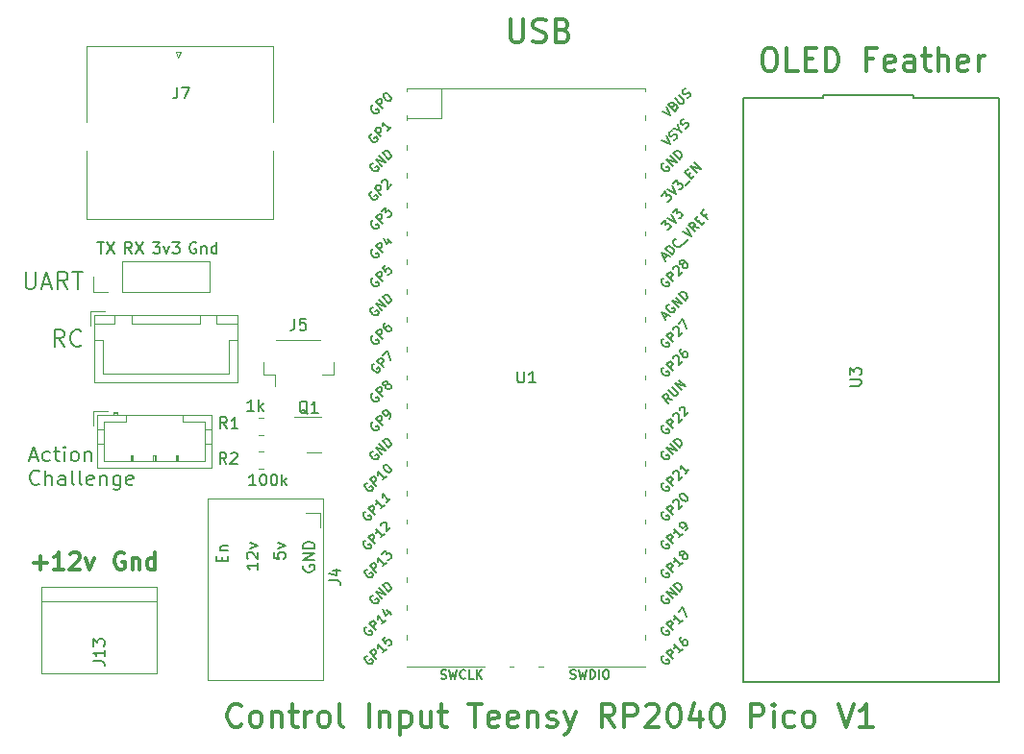
<source format=gbr>
G04 #@! TF.GenerationSoftware,KiCad,Pcbnew,7.0.1*
G04 #@! TF.CreationDate,2023-08-13T11:11:54-05:00*
G04 #@! TF.ProjectId,ControlInputTestRP2040Pico,436f6e74-726f-46c4-996e-707574546573,rev?*
G04 #@! TF.SameCoordinates,Original*
G04 #@! TF.FileFunction,Legend,Top*
G04 #@! TF.FilePolarity,Positive*
%FSLAX46Y46*%
G04 Gerber Fmt 4.6, Leading zero omitted, Abs format (unit mm)*
G04 Created by KiCad (PCBNEW 7.0.1) date 2023-08-13 11:11:54*
%MOMM*%
%LPD*%
G01*
G04 APERTURE LIST*
%ADD10C,0.150000*%
%ADD11C,0.200000*%
%ADD12C,0.300000*%
%ADD13C,0.120000*%
G04 APERTURE END LIST*
D10*
X120776904Y-110050238D02*
X120681666Y-110002619D01*
X120681666Y-110002619D02*
X120538809Y-110002619D01*
X120538809Y-110002619D02*
X120395952Y-110050238D01*
X120395952Y-110050238D02*
X120300714Y-110145476D01*
X120300714Y-110145476D02*
X120253095Y-110240714D01*
X120253095Y-110240714D02*
X120205476Y-110431190D01*
X120205476Y-110431190D02*
X120205476Y-110574047D01*
X120205476Y-110574047D02*
X120253095Y-110764523D01*
X120253095Y-110764523D02*
X120300714Y-110859761D01*
X120300714Y-110859761D02*
X120395952Y-110955000D01*
X120395952Y-110955000D02*
X120538809Y-111002619D01*
X120538809Y-111002619D02*
X120634047Y-111002619D01*
X120634047Y-111002619D02*
X120776904Y-110955000D01*
X120776904Y-110955000D02*
X120824523Y-110907380D01*
X120824523Y-110907380D02*
X120824523Y-110574047D01*
X120824523Y-110574047D02*
X120634047Y-110574047D01*
X121253095Y-110335952D02*
X121253095Y-111002619D01*
X121253095Y-110431190D02*
X121300714Y-110383571D01*
X121300714Y-110383571D02*
X121395952Y-110335952D01*
X121395952Y-110335952D02*
X121538809Y-110335952D01*
X121538809Y-110335952D02*
X121634047Y-110383571D01*
X121634047Y-110383571D02*
X121681666Y-110478809D01*
X121681666Y-110478809D02*
X121681666Y-111002619D01*
X122586428Y-111002619D02*
X122586428Y-110002619D01*
X122586428Y-110955000D02*
X122491190Y-111002619D01*
X122491190Y-111002619D02*
X122300714Y-111002619D01*
X122300714Y-111002619D02*
X122205476Y-110955000D01*
X122205476Y-110955000D02*
X122157857Y-110907380D01*
X122157857Y-110907380D02*
X122110238Y-110812142D01*
X122110238Y-110812142D02*
X122110238Y-110526428D01*
X122110238Y-110526428D02*
X122157857Y-110431190D01*
X122157857Y-110431190D02*
X122205476Y-110383571D01*
X122205476Y-110383571D02*
X122300714Y-110335952D01*
X122300714Y-110335952D02*
X122491190Y-110335952D01*
X122491190Y-110335952D02*
X122586428Y-110383571D01*
X116982857Y-110002619D02*
X117601904Y-110002619D01*
X117601904Y-110002619D02*
X117268571Y-110383571D01*
X117268571Y-110383571D02*
X117411428Y-110383571D01*
X117411428Y-110383571D02*
X117506666Y-110431190D01*
X117506666Y-110431190D02*
X117554285Y-110478809D01*
X117554285Y-110478809D02*
X117601904Y-110574047D01*
X117601904Y-110574047D02*
X117601904Y-110812142D01*
X117601904Y-110812142D02*
X117554285Y-110907380D01*
X117554285Y-110907380D02*
X117506666Y-110955000D01*
X117506666Y-110955000D02*
X117411428Y-111002619D01*
X117411428Y-111002619D02*
X117125714Y-111002619D01*
X117125714Y-111002619D02*
X117030476Y-110955000D01*
X117030476Y-110955000D02*
X116982857Y-110907380D01*
X117935238Y-110335952D02*
X118173333Y-111002619D01*
X118173333Y-111002619D02*
X118411428Y-110335952D01*
X118697143Y-110002619D02*
X119316190Y-110002619D01*
X119316190Y-110002619D02*
X118982857Y-110383571D01*
X118982857Y-110383571D02*
X119125714Y-110383571D01*
X119125714Y-110383571D02*
X119220952Y-110431190D01*
X119220952Y-110431190D02*
X119268571Y-110478809D01*
X119268571Y-110478809D02*
X119316190Y-110574047D01*
X119316190Y-110574047D02*
X119316190Y-110812142D01*
X119316190Y-110812142D02*
X119268571Y-110907380D01*
X119268571Y-110907380D02*
X119220952Y-110955000D01*
X119220952Y-110955000D02*
X119125714Y-111002619D01*
X119125714Y-111002619D02*
X118840000Y-111002619D01*
X118840000Y-111002619D02*
X118744762Y-110955000D01*
X118744762Y-110955000D02*
X118697143Y-110907380D01*
X115109523Y-111002619D02*
X114776190Y-110526428D01*
X114538095Y-111002619D02*
X114538095Y-110002619D01*
X114538095Y-110002619D02*
X114919047Y-110002619D01*
X114919047Y-110002619D02*
X115014285Y-110050238D01*
X115014285Y-110050238D02*
X115061904Y-110097857D01*
X115061904Y-110097857D02*
X115109523Y-110193095D01*
X115109523Y-110193095D02*
X115109523Y-110335952D01*
X115109523Y-110335952D02*
X115061904Y-110431190D01*
X115061904Y-110431190D02*
X115014285Y-110478809D01*
X115014285Y-110478809D02*
X114919047Y-110526428D01*
X114919047Y-110526428D02*
X114538095Y-110526428D01*
X115442857Y-110002619D02*
X116109523Y-111002619D01*
X116109523Y-110002619D02*
X115442857Y-111002619D01*
X112109238Y-110002619D02*
X112680666Y-110002619D01*
X112394952Y-111002619D02*
X112394952Y-110002619D01*
X112918762Y-110002619D02*
X113585428Y-111002619D01*
X113585428Y-110002619D02*
X112918762Y-111002619D01*
D11*
X105767142Y-112616428D02*
X105767142Y-113830714D01*
X105767142Y-113830714D02*
X105838571Y-113973571D01*
X105838571Y-113973571D02*
X105910000Y-114045000D01*
X105910000Y-114045000D02*
X106052857Y-114116428D01*
X106052857Y-114116428D02*
X106338571Y-114116428D01*
X106338571Y-114116428D02*
X106481428Y-114045000D01*
X106481428Y-114045000D02*
X106552857Y-113973571D01*
X106552857Y-113973571D02*
X106624285Y-113830714D01*
X106624285Y-113830714D02*
X106624285Y-112616428D01*
X107267143Y-113687857D02*
X107981429Y-113687857D01*
X107124286Y-114116428D02*
X107624286Y-112616428D01*
X107624286Y-112616428D02*
X108124286Y-114116428D01*
X109481428Y-114116428D02*
X108981428Y-113402142D01*
X108624285Y-114116428D02*
X108624285Y-112616428D01*
X108624285Y-112616428D02*
X109195714Y-112616428D01*
X109195714Y-112616428D02*
X109338571Y-112687857D01*
X109338571Y-112687857D02*
X109410000Y-112759285D01*
X109410000Y-112759285D02*
X109481428Y-112902142D01*
X109481428Y-112902142D02*
X109481428Y-113116428D01*
X109481428Y-113116428D02*
X109410000Y-113259285D01*
X109410000Y-113259285D02*
X109338571Y-113330714D01*
X109338571Y-113330714D02*
X109195714Y-113402142D01*
X109195714Y-113402142D02*
X108624285Y-113402142D01*
X109910000Y-112616428D02*
X110767143Y-112616428D01*
X110338571Y-114116428D02*
X110338571Y-112616428D01*
X109164285Y-119196428D02*
X108664285Y-118482142D01*
X108307142Y-119196428D02*
X108307142Y-117696428D01*
X108307142Y-117696428D02*
X108878571Y-117696428D01*
X108878571Y-117696428D02*
X109021428Y-117767857D01*
X109021428Y-117767857D02*
X109092857Y-117839285D01*
X109092857Y-117839285D02*
X109164285Y-117982142D01*
X109164285Y-117982142D02*
X109164285Y-118196428D01*
X109164285Y-118196428D02*
X109092857Y-118339285D01*
X109092857Y-118339285D02*
X109021428Y-118410714D01*
X109021428Y-118410714D02*
X108878571Y-118482142D01*
X108878571Y-118482142D02*
X108307142Y-118482142D01*
X110664285Y-119053571D02*
X110592857Y-119125000D01*
X110592857Y-119125000D02*
X110378571Y-119196428D01*
X110378571Y-119196428D02*
X110235714Y-119196428D01*
X110235714Y-119196428D02*
X110021428Y-119125000D01*
X110021428Y-119125000D02*
X109878571Y-118982142D01*
X109878571Y-118982142D02*
X109807142Y-118839285D01*
X109807142Y-118839285D02*
X109735714Y-118553571D01*
X109735714Y-118553571D02*
X109735714Y-118339285D01*
X109735714Y-118339285D02*
X109807142Y-118053571D01*
X109807142Y-118053571D02*
X109878571Y-117910714D01*
X109878571Y-117910714D02*
X110021428Y-117767857D01*
X110021428Y-117767857D02*
X110235714Y-117696428D01*
X110235714Y-117696428D02*
X110378571Y-117696428D01*
X110378571Y-117696428D02*
X110592857Y-117767857D01*
X110592857Y-117767857D02*
X110664285Y-117839285D01*
X106165619Y-128935476D02*
X106784666Y-128935476D01*
X106041809Y-129306904D02*
X106475142Y-128006904D01*
X106475142Y-128006904D02*
X106908476Y-129306904D01*
X107898952Y-129245000D02*
X107775143Y-129306904D01*
X107775143Y-129306904D02*
X107527524Y-129306904D01*
X107527524Y-129306904D02*
X107403714Y-129245000D01*
X107403714Y-129245000D02*
X107341809Y-129183095D01*
X107341809Y-129183095D02*
X107279905Y-129059285D01*
X107279905Y-129059285D02*
X107279905Y-128687857D01*
X107279905Y-128687857D02*
X107341809Y-128564047D01*
X107341809Y-128564047D02*
X107403714Y-128502142D01*
X107403714Y-128502142D02*
X107527524Y-128440238D01*
X107527524Y-128440238D02*
X107775143Y-128440238D01*
X107775143Y-128440238D02*
X107898952Y-128502142D01*
X108270381Y-128440238D02*
X108765619Y-128440238D01*
X108456095Y-128006904D02*
X108456095Y-129121190D01*
X108456095Y-129121190D02*
X108518000Y-129245000D01*
X108518000Y-129245000D02*
X108641810Y-129306904D01*
X108641810Y-129306904D02*
X108765619Y-129306904D01*
X109198952Y-129306904D02*
X109198952Y-128440238D01*
X109198952Y-128006904D02*
X109137048Y-128068809D01*
X109137048Y-128068809D02*
X109198952Y-128130714D01*
X109198952Y-128130714D02*
X109260857Y-128068809D01*
X109260857Y-128068809D02*
X109198952Y-128006904D01*
X109198952Y-128006904D02*
X109198952Y-128130714D01*
X110003715Y-129306904D02*
X109879905Y-129245000D01*
X109879905Y-129245000D02*
X109818000Y-129183095D01*
X109818000Y-129183095D02*
X109756096Y-129059285D01*
X109756096Y-129059285D02*
X109756096Y-128687857D01*
X109756096Y-128687857D02*
X109818000Y-128564047D01*
X109818000Y-128564047D02*
X109879905Y-128502142D01*
X109879905Y-128502142D02*
X110003715Y-128440238D01*
X110003715Y-128440238D02*
X110189429Y-128440238D01*
X110189429Y-128440238D02*
X110313238Y-128502142D01*
X110313238Y-128502142D02*
X110375143Y-128564047D01*
X110375143Y-128564047D02*
X110437048Y-128687857D01*
X110437048Y-128687857D02*
X110437048Y-129059285D01*
X110437048Y-129059285D02*
X110375143Y-129183095D01*
X110375143Y-129183095D02*
X110313238Y-129245000D01*
X110313238Y-129245000D02*
X110189429Y-129306904D01*
X110189429Y-129306904D02*
X110003715Y-129306904D01*
X110994190Y-128440238D02*
X110994190Y-129306904D01*
X110994190Y-128564047D02*
X111056095Y-128502142D01*
X111056095Y-128502142D02*
X111179905Y-128440238D01*
X111179905Y-128440238D02*
X111365619Y-128440238D01*
X111365619Y-128440238D02*
X111489428Y-128502142D01*
X111489428Y-128502142D02*
X111551333Y-128625952D01*
X111551333Y-128625952D02*
X111551333Y-129306904D01*
X106970380Y-131289095D02*
X106908476Y-131351000D01*
X106908476Y-131351000D02*
X106722761Y-131412904D01*
X106722761Y-131412904D02*
X106598952Y-131412904D01*
X106598952Y-131412904D02*
X106413238Y-131351000D01*
X106413238Y-131351000D02*
X106289428Y-131227190D01*
X106289428Y-131227190D02*
X106227523Y-131103380D01*
X106227523Y-131103380D02*
X106165619Y-130855761D01*
X106165619Y-130855761D02*
X106165619Y-130670047D01*
X106165619Y-130670047D02*
X106227523Y-130422428D01*
X106227523Y-130422428D02*
X106289428Y-130298619D01*
X106289428Y-130298619D02*
X106413238Y-130174809D01*
X106413238Y-130174809D02*
X106598952Y-130112904D01*
X106598952Y-130112904D02*
X106722761Y-130112904D01*
X106722761Y-130112904D02*
X106908476Y-130174809D01*
X106908476Y-130174809D02*
X106970380Y-130236714D01*
X107527523Y-131412904D02*
X107527523Y-130112904D01*
X108084666Y-131412904D02*
X108084666Y-130731952D01*
X108084666Y-130731952D02*
X108022761Y-130608142D01*
X108022761Y-130608142D02*
X107898952Y-130546238D01*
X107898952Y-130546238D02*
X107713238Y-130546238D01*
X107713238Y-130546238D02*
X107589428Y-130608142D01*
X107589428Y-130608142D02*
X107527523Y-130670047D01*
X109260856Y-131412904D02*
X109260856Y-130731952D01*
X109260856Y-130731952D02*
X109198951Y-130608142D01*
X109198951Y-130608142D02*
X109075142Y-130546238D01*
X109075142Y-130546238D02*
X108827523Y-130546238D01*
X108827523Y-130546238D02*
X108703713Y-130608142D01*
X109260856Y-131351000D02*
X109137047Y-131412904D01*
X109137047Y-131412904D02*
X108827523Y-131412904D01*
X108827523Y-131412904D02*
X108703713Y-131351000D01*
X108703713Y-131351000D02*
X108641809Y-131227190D01*
X108641809Y-131227190D02*
X108641809Y-131103380D01*
X108641809Y-131103380D02*
X108703713Y-130979571D01*
X108703713Y-130979571D02*
X108827523Y-130917666D01*
X108827523Y-130917666D02*
X109137047Y-130917666D01*
X109137047Y-130917666D02*
X109260856Y-130855761D01*
X110065618Y-131412904D02*
X109941808Y-131351000D01*
X109941808Y-131351000D02*
X109879903Y-131227190D01*
X109879903Y-131227190D02*
X109879903Y-130112904D01*
X110746570Y-131412904D02*
X110622760Y-131351000D01*
X110622760Y-131351000D02*
X110560855Y-131227190D01*
X110560855Y-131227190D02*
X110560855Y-130112904D01*
X111737045Y-131351000D02*
X111613236Y-131412904D01*
X111613236Y-131412904D02*
X111365617Y-131412904D01*
X111365617Y-131412904D02*
X111241807Y-131351000D01*
X111241807Y-131351000D02*
X111179903Y-131227190D01*
X111179903Y-131227190D02*
X111179903Y-130731952D01*
X111179903Y-130731952D02*
X111241807Y-130608142D01*
X111241807Y-130608142D02*
X111365617Y-130546238D01*
X111365617Y-130546238D02*
X111613236Y-130546238D01*
X111613236Y-130546238D02*
X111737045Y-130608142D01*
X111737045Y-130608142D02*
X111798950Y-130731952D01*
X111798950Y-130731952D02*
X111798950Y-130855761D01*
X111798950Y-130855761D02*
X111179903Y-130979571D01*
X112356093Y-130546238D02*
X112356093Y-131412904D01*
X112356093Y-130670047D02*
X112417998Y-130608142D01*
X112417998Y-130608142D02*
X112541808Y-130546238D01*
X112541808Y-130546238D02*
X112727522Y-130546238D01*
X112727522Y-130546238D02*
X112851331Y-130608142D01*
X112851331Y-130608142D02*
X112913236Y-130731952D01*
X112913236Y-130731952D02*
X112913236Y-131412904D01*
X114089426Y-130546238D02*
X114089426Y-131598619D01*
X114089426Y-131598619D02*
X114027521Y-131722428D01*
X114027521Y-131722428D02*
X113965617Y-131784333D01*
X113965617Y-131784333D02*
X113841807Y-131846238D01*
X113841807Y-131846238D02*
X113656093Y-131846238D01*
X113656093Y-131846238D02*
X113532283Y-131784333D01*
X114089426Y-131351000D02*
X113965617Y-131412904D01*
X113965617Y-131412904D02*
X113717998Y-131412904D01*
X113717998Y-131412904D02*
X113594188Y-131351000D01*
X113594188Y-131351000D02*
X113532283Y-131289095D01*
X113532283Y-131289095D02*
X113470379Y-131165285D01*
X113470379Y-131165285D02*
X113470379Y-130793857D01*
X113470379Y-130793857D02*
X113532283Y-130670047D01*
X113532283Y-130670047D02*
X113594188Y-130608142D01*
X113594188Y-130608142D02*
X113717998Y-130546238D01*
X113717998Y-130546238D02*
X113965617Y-130546238D01*
X113965617Y-130546238D02*
X114089426Y-130608142D01*
X115203711Y-131351000D02*
X115079902Y-131412904D01*
X115079902Y-131412904D02*
X114832283Y-131412904D01*
X114832283Y-131412904D02*
X114708473Y-131351000D01*
X114708473Y-131351000D02*
X114646569Y-131227190D01*
X114646569Y-131227190D02*
X114646569Y-130731952D01*
X114646569Y-130731952D02*
X114708473Y-130608142D01*
X114708473Y-130608142D02*
X114832283Y-130546238D01*
X114832283Y-130546238D02*
X115079902Y-130546238D01*
X115079902Y-130546238D02*
X115203711Y-130608142D01*
X115203711Y-130608142D02*
X115265616Y-130731952D01*
X115265616Y-130731952D02*
X115265616Y-130855761D01*
X115265616Y-130855761D02*
X114646569Y-130979571D01*
D10*
X126034704Y-131449619D02*
X125463276Y-131449619D01*
X125748990Y-131449619D02*
X125748990Y-130449619D01*
X125748990Y-130449619D02*
X125653752Y-130592476D01*
X125653752Y-130592476D02*
X125558514Y-130687714D01*
X125558514Y-130687714D02*
X125463276Y-130735333D01*
X126653752Y-130449619D02*
X126748990Y-130449619D01*
X126748990Y-130449619D02*
X126844228Y-130497238D01*
X126844228Y-130497238D02*
X126891847Y-130544857D01*
X126891847Y-130544857D02*
X126939466Y-130640095D01*
X126939466Y-130640095D02*
X126987085Y-130830571D01*
X126987085Y-130830571D02*
X126987085Y-131068666D01*
X126987085Y-131068666D02*
X126939466Y-131259142D01*
X126939466Y-131259142D02*
X126891847Y-131354380D01*
X126891847Y-131354380D02*
X126844228Y-131402000D01*
X126844228Y-131402000D02*
X126748990Y-131449619D01*
X126748990Y-131449619D02*
X126653752Y-131449619D01*
X126653752Y-131449619D02*
X126558514Y-131402000D01*
X126558514Y-131402000D02*
X126510895Y-131354380D01*
X126510895Y-131354380D02*
X126463276Y-131259142D01*
X126463276Y-131259142D02*
X126415657Y-131068666D01*
X126415657Y-131068666D02*
X126415657Y-130830571D01*
X126415657Y-130830571D02*
X126463276Y-130640095D01*
X126463276Y-130640095D02*
X126510895Y-130544857D01*
X126510895Y-130544857D02*
X126558514Y-130497238D01*
X126558514Y-130497238D02*
X126653752Y-130449619D01*
X127606133Y-130449619D02*
X127701371Y-130449619D01*
X127701371Y-130449619D02*
X127796609Y-130497238D01*
X127796609Y-130497238D02*
X127844228Y-130544857D01*
X127844228Y-130544857D02*
X127891847Y-130640095D01*
X127891847Y-130640095D02*
X127939466Y-130830571D01*
X127939466Y-130830571D02*
X127939466Y-131068666D01*
X127939466Y-131068666D02*
X127891847Y-131259142D01*
X127891847Y-131259142D02*
X127844228Y-131354380D01*
X127844228Y-131354380D02*
X127796609Y-131402000D01*
X127796609Y-131402000D02*
X127701371Y-131449619D01*
X127701371Y-131449619D02*
X127606133Y-131449619D01*
X127606133Y-131449619D02*
X127510895Y-131402000D01*
X127510895Y-131402000D02*
X127463276Y-131354380D01*
X127463276Y-131354380D02*
X127415657Y-131259142D01*
X127415657Y-131259142D02*
X127368038Y-131068666D01*
X127368038Y-131068666D02*
X127368038Y-130830571D01*
X127368038Y-130830571D02*
X127415657Y-130640095D01*
X127415657Y-130640095D02*
X127463276Y-130544857D01*
X127463276Y-130544857D02*
X127510895Y-130497238D01*
X127510895Y-130497238D02*
X127606133Y-130449619D01*
X128368038Y-131449619D02*
X128368038Y-130449619D01*
X128463276Y-131068666D02*
X128748990Y-131449619D01*
X128748990Y-130782952D02*
X128368038Y-131163904D01*
X125882304Y-124871019D02*
X125310876Y-124871019D01*
X125596590Y-124871019D02*
X125596590Y-123871019D01*
X125596590Y-123871019D02*
X125501352Y-124013876D01*
X125501352Y-124013876D02*
X125406114Y-124109114D01*
X125406114Y-124109114D02*
X125310876Y-124156733D01*
X126310876Y-124871019D02*
X126310876Y-123871019D01*
X126406114Y-124490066D02*
X126691828Y-124871019D01*
X126691828Y-124204352D02*
X126310876Y-124585304D01*
D12*
X171101903Y-92905238D02*
X171482856Y-92905238D01*
X171482856Y-92905238D02*
X171673332Y-93000476D01*
X171673332Y-93000476D02*
X171863808Y-93190952D01*
X171863808Y-93190952D02*
X171959046Y-93571904D01*
X171959046Y-93571904D02*
X171959046Y-94238571D01*
X171959046Y-94238571D02*
X171863808Y-94619523D01*
X171863808Y-94619523D02*
X171673332Y-94810000D01*
X171673332Y-94810000D02*
X171482856Y-94905238D01*
X171482856Y-94905238D02*
X171101903Y-94905238D01*
X171101903Y-94905238D02*
X170911427Y-94810000D01*
X170911427Y-94810000D02*
X170720951Y-94619523D01*
X170720951Y-94619523D02*
X170625713Y-94238571D01*
X170625713Y-94238571D02*
X170625713Y-93571904D01*
X170625713Y-93571904D02*
X170720951Y-93190952D01*
X170720951Y-93190952D02*
X170911427Y-93000476D01*
X170911427Y-93000476D02*
X171101903Y-92905238D01*
X173768570Y-94905238D02*
X172816189Y-94905238D01*
X172816189Y-94905238D02*
X172816189Y-92905238D01*
X174435237Y-93857619D02*
X175101904Y-93857619D01*
X175387618Y-94905238D02*
X174435237Y-94905238D01*
X174435237Y-94905238D02*
X174435237Y-92905238D01*
X174435237Y-92905238D02*
X175387618Y-92905238D01*
X176244761Y-94905238D02*
X176244761Y-92905238D01*
X176244761Y-92905238D02*
X176720951Y-92905238D01*
X176720951Y-92905238D02*
X177006666Y-93000476D01*
X177006666Y-93000476D02*
X177197142Y-93190952D01*
X177197142Y-93190952D02*
X177292380Y-93381428D01*
X177292380Y-93381428D02*
X177387618Y-93762380D01*
X177387618Y-93762380D02*
X177387618Y-94048095D01*
X177387618Y-94048095D02*
X177292380Y-94429047D01*
X177292380Y-94429047D02*
X177197142Y-94619523D01*
X177197142Y-94619523D02*
X177006666Y-94810000D01*
X177006666Y-94810000D02*
X176720951Y-94905238D01*
X176720951Y-94905238D02*
X176244761Y-94905238D01*
X180435238Y-93857619D02*
X179768571Y-93857619D01*
X179768571Y-94905238D02*
X179768571Y-92905238D01*
X179768571Y-92905238D02*
X180720952Y-92905238D01*
X182244762Y-94810000D02*
X182054286Y-94905238D01*
X182054286Y-94905238D02*
X181673333Y-94905238D01*
X181673333Y-94905238D02*
X181482857Y-94810000D01*
X181482857Y-94810000D02*
X181387619Y-94619523D01*
X181387619Y-94619523D02*
X181387619Y-93857619D01*
X181387619Y-93857619D02*
X181482857Y-93667142D01*
X181482857Y-93667142D02*
X181673333Y-93571904D01*
X181673333Y-93571904D02*
X182054286Y-93571904D01*
X182054286Y-93571904D02*
X182244762Y-93667142D01*
X182244762Y-93667142D02*
X182340000Y-93857619D01*
X182340000Y-93857619D02*
X182340000Y-94048095D01*
X182340000Y-94048095D02*
X181387619Y-94238571D01*
X184054286Y-94905238D02*
X184054286Y-93857619D01*
X184054286Y-93857619D02*
X183959048Y-93667142D01*
X183959048Y-93667142D02*
X183768572Y-93571904D01*
X183768572Y-93571904D02*
X183387619Y-93571904D01*
X183387619Y-93571904D02*
X183197143Y-93667142D01*
X184054286Y-94810000D02*
X183863810Y-94905238D01*
X183863810Y-94905238D02*
X183387619Y-94905238D01*
X183387619Y-94905238D02*
X183197143Y-94810000D01*
X183197143Y-94810000D02*
X183101905Y-94619523D01*
X183101905Y-94619523D02*
X183101905Y-94429047D01*
X183101905Y-94429047D02*
X183197143Y-94238571D01*
X183197143Y-94238571D02*
X183387619Y-94143333D01*
X183387619Y-94143333D02*
X183863810Y-94143333D01*
X183863810Y-94143333D02*
X184054286Y-94048095D01*
X184720953Y-93571904D02*
X185482857Y-93571904D01*
X185006667Y-92905238D02*
X185006667Y-94619523D01*
X185006667Y-94619523D02*
X185101905Y-94810000D01*
X185101905Y-94810000D02*
X185292381Y-94905238D01*
X185292381Y-94905238D02*
X185482857Y-94905238D01*
X186149524Y-94905238D02*
X186149524Y-92905238D01*
X187006667Y-94905238D02*
X187006667Y-93857619D01*
X187006667Y-93857619D02*
X186911429Y-93667142D01*
X186911429Y-93667142D02*
X186720953Y-93571904D01*
X186720953Y-93571904D02*
X186435238Y-93571904D01*
X186435238Y-93571904D02*
X186244762Y-93667142D01*
X186244762Y-93667142D02*
X186149524Y-93762380D01*
X188720953Y-94810000D02*
X188530477Y-94905238D01*
X188530477Y-94905238D02*
X188149524Y-94905238D01*
X188149524Y-94905238D02*
X187959048Y-94810000D01*
X187959048Y-94810000D02*
X187863810Y-94619523D01*
X187863810Y-94619523D02*
X187863810Y-93857619D01*
X187863810Y-93857619D02*
X187959048Y-93667142D01*
X187959048Y-93667142D02*
X188149524Y-93571904D01*
X188149524Y-93571904D02*
X188530477Y-93571904D01*
X188530477Y-93571904D02*
X188720953Y-93667142D01*
X188720953Y-93667142D02*
X188816191Y-93857619D01*
X188816191Y-93857619D02*
X188816191Y-94048095D01*
X188816191Y-94048095D02*
X187863810Y-94238571D01*
X189673334Y-94905238D02*
X189673334Y-93571904D01*
X189673334Y-93952857D02*
X189768572Y-93762380D01*
X189768572Y-93762380D02*
X189863810Y-93667142D01*
X189863810Y-93667142D02*
X190054286Y-93571904D01*
X190054286Y-93571904D02*
X190244763Y-93571904D01*
X148451190Y-90365238D02*
X148451190Y-91984285D01*
X148451190Y-91984285D02*
X148546428Y-92174761D01*
X148546428Y-92174761D02*
X148641666Y-92270000D01*
X148641666Y-92270000D02*
X148832142Y-92365238D01*
X148832142Y-92365238D02*
X149213095Y-92365238D01*
X149213095Y-92365238D02*
X149403571Y-92270000D01*
X149403571Y-92270000D02*
X149498809Y-92174761D01*
X149498809Y-92174761D02*
X149594047Y-91984285D01*
X149594047Y-91984285D02*
X149594047Y-90365238D01*
X150451190Y-92270000D02*
X150736904Y-92365238D01*
X150736904Y-92365238D02*
X151213095Y-92365238D01*
X151213095Y-92365238D02*
X151403571Y-92270000D01*
X151403571Y-92270000D02*
X151498809Y-92174761D01*
X151498809Y-92174761D02*
X151594047Y-91984285D01*
X151594047Y-91984285D02*
X151594047Y-91793809D01*
X151594047Y-91793809D02*
X151498809Y-91603333D01*
X151498809Y-91603333D02*
X151403571Y-91508095D01*
X151403571Y-91508095D02*
X151213095Y-91412857D01*
X151213095Y-91412857D02*
X150832142Y-91317619D01*
X150832142Y-91317619D02*
X150641666Y-91222380D01*
X150641666Y-91222380D02*
X150546428Y-91127142D01*
X150546428Y-91127142D02*
X150451190Y-90936666D01*
X150451190Y-90936666D02*
X150451190Y-90746190D01*
X150451190Y-90746190D02*
X150546428Y-90555714D01*
X150546428Y-90555714D02*
X150641666Y-90460476D01*
X150641666Y-90460476D02*
X150832142Y-90365238D01*
X150832142Y-90365238D02*
X151308333Y-90365238D01*
X151308333Y-90365238D02*
X151594047Y-90460476D01*
X153117857Y-91317619D02*
X153403571Y-91412857D01*
X153403571Y-91412857D02*
X153498809Y-91508095D01*
X153498809Y-91508095D02*
X153594047Y-91698571D01*
X153594047Y-91698571D02*
X153594047Y-91984285D01*
X153594047Y-91984285D02*
X153498809Y-92174761D01*
X153498809Y-92174761D02*
X153403571Y-92270000D01*
X153403571Y-92270000D02*
X153213095Y-92365238D01*
X153213095Y-92365238D02*
X152451190Y-92365238D01*
X152451190Y-92365238D02*
X152451190Y-90365238D01*
X152451190Y-90365238D02*
X153117857Y-90365238D01*
X153117857Y-90365238D02*
X153308333Y-90460476D01*
X153308333Y-90460476D02*
X153403571Y-90555714D01*
X153403571Y-90555714D02*
X153498809Y-90746190D01*
X153498809Y-90746190D02*
X153498809Y-90936666D01*
X153498809Y-90936666D02*
X153403571Y-91127142D01*
X153403571Y-91127142D02*
X153308333Y-91222380D01*
X153308333Y-91222380D02*
X153117857Y-91317619D01*
X153117857Y-91317619D02*
X152451190Y-91317619D01*
X106500471Y-138259500D02*
X107643329Y-138259500D01*
X107071900Y-138830928D02*
X107071900Y-137688071D01*
X109143329Y-138830928D02*
X108286186Y-138830928D01*
X108714757Y-138830928D02*
X108714757Y-137330928D01*
X108714757Y-137330928D02*
X108571900Y-137545214D01*
X108571900Y-137545214D02*
X108429043Y-137688071D01*
X108429043Y-137688071D02*
X108286186Y-137759500D01*
X109714757Y-137473785D02*
X109786185Y-137402357D01*
X109786185Y-137402357D02*
X109929043Y-137330928D01*
X109929043Y-137330928D02*
X110286185Y-137330928D01*
X110286185Y-137330928D02*
X110429043Y-137402357D01*
X110429043Y-137402357D02*
X110500471Y-137473785D01*
X110500471Y-137473785D02*
X110571900Y-137616642D01*
X110571900Y-137616642D02*
X110571900Y-137759500D01*
X110571900Y-137759500D02*
X110500471Y-137973785D01*
X110500471Y-137973785D02*
X109643328Y-138830928D01*
X109643328Y-138830928D02*
X110571900Y-138830928D01*
X111071899Y-137830928D02*
X111429042Y-138830928D01*
X111429042Y-138830928D02*
X111786185Y-137830928D01*
X114457614Y-137402357D02*
X114314757Y-137330928D01*
X114314757Y-137330928D02*
X114100471Y-137330928D01*
X114100471Y-137330928D02*
X113886185Y-137402357D01*
X113886185Y-137402357D02*
X113743328Y-137545214D01*
X113743328Y-137545214D02*
X113671899Y-137688071D01*
X113671899Y-137688071D02*
X113600471Y-137973785D01*
X113600471Y-137973785D02*
X113600471Y-138188071D01*
X113600471Y-138188071D02*
X113671899Y-138473785D01*
X113671899Y-138473785D02*
X113743328Y-138616642D01*
X113743328Y-138616642D02*
X113886185Y-138759500D01*
X113886185Y-138759500D02*
X114100471Y-138830928D01*
X114100471Y-138830928D02*
X114243328Y-138830928D01*
X114243328Y-138830928D02*
X114457614Y-138759500D01*
X114457614Y-138759500D02*
X114529042Y-138688071D01*
X114529042Y-138688071D02*
X114529042Y-138188071D01*
X114529042Y-138188071D02*
X114243328Y-138188071D01*
X115171899Y-137830928D02*
X115171899Y-138830928D01*
X115171899Y-137973785D02*
X115243328Y-137902357D01*
X115243328Y-137902357D02*
X115386185Y-137830928D01*
X115386185Y-137830928D02*
X115600471Y-137830928D01*
X115600471Y-137830928D02*
X115743328Y-137902357D01*
X115743328Y-137902357D02*
X115814757Y-138045214D01*
X115814757Y-138045214D02*
X115814757Y-138830928D01*
X117171900Y-138830928D02*
X117171900Y-137330928D01*
X117171900Y-138759500D02*
X117029042Y-138830928D01*
X117029042Y-138830928D02*
X116743328Y-138830928D01*
X116743328Y-138830928D02*
X116600471Y-138759500D01*
X116600471Y-138759500D02*
X116529042Y-138688071D01*
X116529042Y-138688071D02*
X116457614Y-138545214D01*
X116457614Y-138545214D02*
X116457614Y-138116642D01*
X116457614Y-138116642D02*
X116529042Y-137973785D01*
X116529042Y-137973785D02*
X116600471Y-137902357D01*
X116600471Y-137902357D02*
X116743328Y-137830928D01*
X116743328Y-137830928D02*
X117029042Y-137830928D01*
X117029042Y-137830928D02*
X117171900Y-137902357D01*
X124777720Y-152525161D02*
X124682482Y-152620400D01*
X124682482Y-152620400D02*
X124396768Y-152715638D01*
X124396768Y-152715638D02*
X124206292Y-152715638D01*
X124206292Y-152715638D02*
X123920577Y-152620400D01*
X123920577Y-152620400D02*
X123730101Y-152429923D01*
X123730101Y-152429923D02*
X123634863Y-152239447D01*
X123634863Y-152239447D02*
X123539625Y-151858495D01*
X123539625Y-151858495D02*
X123539625Y-151572780D01*
X123539625Y-151572780D02*
X123634863Y-151191828D01*
X123634863Y-151191828D02*
X123730101Y-151001352D01*
X123730101Y-151001352D02*
X123920577Y-150810876D01*
X123920577Y-150810876D02*
X124206292Y-150715638D01*
X124206292Y-150715638D02*
X124396768Y-150715638D01*
X124396768Y-150715638D02*
X124682482Y-150810876D01*
X124682482Y-150810876D02*
X124777720Y-150906114D01*
X125920577Y-152715638D02*
X125730101Y-152620400D01*
X125730101Y-152620400D02*
X125634863Y-152525161D01*
X125634863Y-152525161D02*
X125539625Y-152334685D01*
X125539625Y-152334685D02*
X125539625Y-151763257D01*
X125539625Y-151763257D02*
X125634863Y-151572780D01*
X125634863Y-151572780D02*
X125730101Y-151477542D01*
X125730101Y-151477542D02*
X125920577Y-151382304D01*
X125920577Y-151382304D02*
X126206292Y-151382304D01*
X126206292Y-151382304D02*
X126396768Y-151477542D01*
X126396768Y-151477542D02*
X126492006Y-151572780D01*
X126492006Y-151572780D02*
X126587244Y-151763257D01*
X126587244Y-151763257D02*
X126587244Y-152334685D01*
X126587244Y-152334685D02*
X126492006Y-152525161D01*
X126492006Y-152525161D02*
X126396768Y-152620400D01*
X126396768Y-152620400D02*
X126206292Y-152715638D01*
X126206292Y-152715638D02*
X125920577Y-152715638D01*
X127444387Y-151382304D02*
X127444387Y-152715638D01*
X127444387Y-151572780D02*
X127539625Y-151477542D01*
X127539625Y-151477542D02*
X127730101Y-151382304D01*
X127730101Y-151382304D02*
X128015816Y-151382304D01*
X128015816Y-151382304D02*
X128206292Y-151477542D01*
X128206292Y-151477542D02*
X128301530Y-151668019D01*
X128301530Y-151668019D02*
X128301530Y-152715638D01*
X128968197Y-151382304D02*
X129730101Y-151382304D01*
X129253911Y-150715638D02*
X129253911Y-152429923D01*
X129253911Y-152429923D02*
X129349149Y-152620400D01*
X129349149Y-152620400D02*
X129539625Y-152715638D01*
X129539625Y-152715638D02*
X129730101Y-152715638D01*
X130396768Y-152715638D02*
X130396768Y-151382304D01*
X130396768Y-151763257D02*
X130492006Y-151572780D01*
X130492006Y-151572780D02*
X130587244Y-151477542D01*
X130587244Y-151477542D02*
X130777720Y-151382304D01*
X130777720Y-151382304D02*
X130968197Y-151382304D01*
X131920577Y-152715638D02*
X131730101Y-152620400D01*
X131730101Y-152620400D02*
X131634863Y-152525161D01*
X131634863Y-152525161D02*
X131539625Y-152334685D01*
X131539625Y-152334685D02*
X131539625Y-151763257D01*
X131539625Y-151763257D02*
X131634863Y-151572780D01*
X131634863Y-151572780D02*
X131730101Y-151477542D01*
X131730101Y-151477542D02*
X131920577Y-151382304D01*
X131920577Y-151382304D02*
X132206292Y-151382304D01*
X132206292Y-151382304D02*
X132396768Y-151477542D01*
X132396768Y-151477542D02*
X132492006Y-151572780D01*
X132492006Y-151572780D02*
X132587244Y-151763257D01*
X132587244Y-151763257D02*
X132587244Y-152334685D01*
X132587244Y-152334685D02*
X132492006Y-152525161D01*
X132492006Y-152525161D02*
X132396768Y-152620400D01*
X132396768Y-152620400D02*
X132206292Y-152715638D01*
X132206292Y-152715638D02*
X131920577Y-152715638D01*
X133730101Y-152715638D02*
X133539625Y-152620400D01*
X133539625Y-152620400D02*
X133444387Y-152429923D01*
X133444387Y-152429923D02*
X133444387Y-150715638D01*
X136015816Y-152715638D02*
X136015816Y-150715638D01*
X136968197Y-151382304D02*
X136968197Y-152715638D01*
X136968197Y-151572780D02*
X137063435Y-151477542D01*
X137063435Y-151477542D02*
X137253911Y-151382304D01*
X137253911Y-151382304D02*
X137539626Y-151382304D01*
X137539626Y-151382304D02*
X137730102Y-151477542D01*
X137730102Y-151477542D02*
X137825340Y-151668019D01*
X137825340Y-151668019D02*
X137825340Y-152715638D01*
X138777721Y-151382304D02*
X138777721Y-153382304D01*
X138777721Y-151477542D02*
X138968197Y-151382304D01*
X138968197Y-151382304D02*
X139349150Y-151382304D01*
X139349150Y-151382304D02*
X139539626Y-151477542D01*
X139539626Y-151477542D02*
X139634864Y-151572780D01*
X139634864Y-151572780D02*
X139730102Y-151763257D01*
X139730102Y-151763257D02*
X139730102Y-152334685D01*
X139730102Y-152334685D02*
X139634864Y-152525161D01*
X139634864Y-152525161D02*
X139539626Y-152620400D01*
X139539626Y-152620400D02*
X139349150Y-152715638D01*
X139349150Y-152715638D02*
X138968197Y-152715638D01*
X138968197Y-152715638D02*
X138777721Y-152620400D01*
X141444388Y-151382304D02*
X141444388Y-152715638D01*
X140587245Y-151382304D02*
X140587245Y-152429923D01*
X140587245Y-152429923D02*
X140682483Y-152620400D01*
X140682483Y-152620400D02*
X140872959Y-152715638D01*
X140872959Y-152715638D02*
X141158674Y-152715638D01*
X141158674Y-152715638D02*
X141349150Y-152620400D01*
X141349150Y-152620400D02*
X141444388Y-152525161D01*
X142111055Y-151382304D02*
X142872959Y-151382304D01*
X142396769Y-150715638D02*
X142396769Y-152429923D01*
X142396769Y-152429923D02*
X142492007Y-152620400D01*
X142492007Y-152620400D02*
X142682483Y-152715638D01*
X142682483Y-152715638D02*
X142872959Y-152715638D01*
X144777722Y-150715638D02*
X145920579Y-150715638D01*
X145349150Y-152715638D02*
X145349150Y-150715638D01*
X147349151Y-152620400D02*
X147158675Y-152715638D01*
X147158675Y-152715638D02*
X146777722Y-152715638D01*
X146777722Y-152715638D02*
X146587246Y-152620400D01*
X146587246Y-152620400D02*
X146492008Y-152429923D01*
X146492008Y-152429923D02*
X146492008Y-151668019D01*
X146492008Y-151668019D02*
X146587246Y-151477542D01*
X146587246Y-151477542D02*
X146777722Y-151382304D01*
X146777722Y-151382304D02*
X147158675Y-151382304D01*
X147158675Y-151382304D02*
X147349151Y-151477542D01*
X147349151Y-151477542D02*
X147444389Y-151668019D01*
X147444389Y-151668019D02*
X147444389Y-151858495D01*
X147444389Y-151858495D02*
X146492008Y-152048971D01*
X149063437Y-152620400D02*
X148872961Y-152715638D01*
X148872961Y-152715638D02*
X148492008Y-152715638D01*
X148492008Y-152715638D02*
X148301532Y-152620400D01*
X148301532Y-152620400D02*
X148206294Y-152429923D01*
X148206294Y-152429923D02*
X148206294Y-151668019D01*
X148206294Y-151668019D02*
X148301532Y-151477542D01*
X148301532Y-151477542D02*
X148492008Y-151382304D01*
X148492008Y-151382304D02*
X148872961Y-151382304D01*
X148872961Y-151382304D02*
X149063437Y-151477542D01*
X149063437Y-151477542D02*
X149158675Y-151668019D01*
X149158675Y-151668019D02*
X149158675Y-151858495D01*
X149158675Y-151858495D02*
X148206294Y-152048971D01*
X150015818Y-151382304D02*
X150015818Y-152715638D01*
X150015818Y-151572780D02*
X150111056Y-151477542D01*
X150111056Y-151477542D02*
X150301532Y-151382304D01*
X150301532Y-151382304D02*
X150587247Y-151382304D01*
X150587247Y-151382304D02*
X150777723Y-151477542D01*
X150777723Y-151477542D02*
X150872961Y-151668019D01*
X150872961Y-151668019D02*
X150872961Y-152715638D01*
X151730104Y-152620400D02*
X151920580Y-152715638D01*
X151920580Y-152715638D02*
X152301532Y-152715638D01*
X152301532Y-152715638D02*
X152492009Y-152620400D01*
X152492009Y-152620400D02*
X152587247Y-152429923D01*
X152587247Y-152429923D02*
X152587247Y-152334685D01*
X152587247Y-152334685D02*
X152492009Y-152144209D01*
X152492009Y-152144209D02*
X152301532Y-152048971D01*
X152301532Y-152048971D02*
X152015818Y-152048971D01*
X152015818Y-152048971D02*
X151825342Y-151953733D01*
X151825342Y-151953733D02*
X151730104Y-151763257D01*
X151730104Y-151763257D02*
X151730104Y-151668019D01*
X151730104Y-151668019D02*
X151825342Y-151477542D01*
X151825342Y-151477542D02*
X152015818Y-151382304D01*
X152015818Y-151382304D02*
X152301532Y-151382304D01*
X152301532Y-151382304D02*
X152492009Y-151477542D01*
X153253914Y-151382304D02*
X153730104Y-152715638D01*
X154206295Y-151382304D02*
X153730104Y-152715638D01*
X153730104Y-152715638D02*
X153539628Y-153191828D01*
X153539628Y-153191828D02*
X153444390Y-153287066D01*
X153444390Y-153287066D02*
X153253914Y-153382304D01*
X157634867Y-152715638D02*
X156968200Y-151763257D01*
X156492010Y-152715638D02*
X156492010Y-150715638D01*
X156492010Y-150715638D02*
X157253915Y-150715638D01*
X157253915Y-150715638D02*
X157444391Y-150810876D01*
X157444391Y-150810876D02*
X157539629Y-150906114D01*
X157539629Y-150906114D02*
X157634867Y-151096590D01*
X157634867Y-151096590D02*
X157634867Y-151382304D01*
X157634867Y-151382304D02*
X157539629Y-151572780D01*
X157539629Y-151572780D02*
X157444391Y-151668019D01*
X157444391Y-151668019D02*
X157253915Y-151763257D01*
X157253915Y-151763257D02*
X156492010Y-151763257D01*
X158492010Y-152715638D02*
X158492010Y-150715638D01*
X158492010Y-150715638D02*
X159253915Y-150715638D01*
X159253915Y-150715638D02*
X159444391Y-150810876D01*
X159444391Y-150810876D02*
X159539629Y-150906114D01*
X159539629Y-150906114D02*
X159634867Y-151096590D01*
X159634867Y-151096590D02*
X159634867Y-151382304D01*
X159634867Y-151382304D02*
X159539629Y-151572780D01*
X159539629Y-151572780D02*
X159444391Y-151668019D01*
X159444391Y-151668019D02*
X159253915Y-151763257D01*
X159253915Y-151763257D02*
X158492010Y-151763257D01*
X160396772Y-150906114D02*
X160492010Y-150810876D01*
X160492010Y-150810876D02*
X160682486Y-150715638D01*
X160682486Y-150715638D02*
X161158677Y-150715638D01*
X161158677Y-150715638D02*
X161349153Y-150810876D01*
X161349153Y-150810876D02*
X161444391Y-150906114D01*
X161444391Y-150906114D02*
X161539629Y-151096590D01*
X161539629Y-151096590D02*
X161539629Y-151287066D01*
X161539629Y-151287066D02*
X161444391Y-151572780D01*
X161444391Y-151572780D02*
X160301534Y-152715638D01*
X160301534Y-152715638D02*
X161539629Y-152715638D01*
X162777724Y-150715638D02*
X162968201Y-150715638D01*
X162968201Y-150715638D02*
X163158677Y-150810876D01*
X163158677Y-150810876D02*
X163253915Y-150906114D01*
X163253915Y-150906114D02*
X163349153Y-151096590D01*
X163349153Y-151096590D02*
X163444391Y-151477542D01*
X163444391Y-151477542D02*
X163444391Y-151953733D01*
X163444391Y-151953733D02*
X163349153Y-152334685D01*
X163349153Y-152334685D02*
X163253915Y-152525161D01*
X163253915Y-152525161D02*
X163158677Y-152620400D01*
X163158677Y-152620400D02*
X162968201Y-152715638D01*
X162968201Y-152715638D02*
X162777724Y-152715638D01*
X162777724Y-152715638D02*
X162587248Y-152620400D01*
X162587248Y-152620400D02*
X162492010Y-152525161D01*
X162492010Y-152525161D02*
X162396772Y-152334685D01*
X162396772Y-152334685D02*
X162301534Y-151953733D01*
X162301534Y-151953733D02*
X162301534Y-151477542D01*
X162301534Y-151477542D02*
X162396772Y-151096590D01*
X162396772Y-151096590D02*
X162492010Y-150906114D01*
X162492010Y-150906114D02*
X162587248Y-150810876D01*
X162587248Y-150810876D02*
X162777724Y-150715638D01*
X165158677Y-151382304D02*
X165158677Y-152715638D01*
X164682486Y-150620400D02*
X164206296Y-152048971D01*
X164206296Y-152048971D02*
X165444391Y-152048971D01*
X166587248Y-150715638D02*
X166777725Y-150715638D01*
X166777725Y-150715638D02*
X166968201Y-150810876D01*
X166968201Y-150810876D02*
X167063439Y-150906114D01*
X167063439Y-150906114D02*
X167158677Y-151096590D01*
X167158677Y-151096590D02*
X167253915Y-151477542D01*
X167253915Y-151477542D02*
X167253915Y-151953733D01*
X167253915Y-151953733D02*
X167158677Y-152334685D01*
X167158677Y-152334685D02*
X167063439Y-152525161D01*
X167063439Y-152525161D02*
X166968201Y-152620400D01*
X166968201Y-152620400D02*
X166777725Y-152715638D01*
X166777725Y-152715638D02*
X166587248Y-152715638D01*
X166587248Y-152715638D02*
X166396772Y-152620400D01*
X166396772Y-152620400D02*
X166301534Y-152525161D01*
X166301534Y-152525161D02*
X166206296Y-152334685D01*
X166206296Y-152334685D02*
X166111058Y-151953733D01*
X166111058Y-151953733D02*
X166111058Y-151477542D01*
X166111058Y-151477542D02*
X166206296Y-151096590D01*
X166206296Y-151096590D02*
X166301534Y-150906114D01*
X166301534Y-150906114D02*
X166396772Y-150810876D01*
X166396772Y-150810876D02*
X166587248Y-150715638D01*
X169634868Y-152715638D02*
X169634868Y-150715638D01*
X169634868Y-150715638D02*
X170396773Y-150715638D01*
X170396773Y-150715638D02*
X170587249Y-150810876D01*
X170587249Y-150810876D02*
X170682487Y-150906114D01*
X170682487Y-150906114D02*
X170777725Y-151096590D01*
X170777725Y-151096590D02*
X170777725Y-151382304D01*
X170777725Y-151382304D02*
X170682487Y-151572780D01*
X170682487Y-151572780D02*
X170587249Y-151668019D01*
X170587249Y-151668019D02*
X170396773Y-151763257D01*
X170396773Y-151763257D02*
X169634868Y-151763257D01*
X171634868Y-152715638D02*
X171634868Y-151382304D01*
X171634868Y-150715638D02*
X171539630Y-150810876D01*
X171539630Y-150810876D02*
X171634868Y-150906114D01*
X171634868Y-150906114D02*
X171730106Y-150810876D01*
X171730106Y-150810876D02*
X171634868Y-150715638D01*
X171634868Y-150715638D02*
X171634868Y-150906114D01*
X173444392Y-152620400D02*
X173253916Y-152715638D01*
X173253916Y-152715638D02*
X172872963Y-152715638D01*
X172872963Y-152715638D02*
X172682487Y-152620400D01*
X172682487Y-152620400D02*
X172587249Y-152525161D01*
X172587249Y-152525161D02*
X172492011Y-152334685D01*
X172492011Y-152334685D02*
X172492011Y-151763257D01*
X172492011Y-151763257D02*
X172587249Y-151572780D01*
X172587249Y-151572780D02*
X172682487Y-151477542D01*
X172682487Y-151477542D02*
X172872963Y-151382304D01*
X172872963Y-151382304D02*
X173253916Y-151382304D01*
X173253916Y-151382304D02*
X173444392Y-151477542D01*
X174587249Y-152715638D02*
X174396773Y-152620400D01*
X174396773Y-152620400D02*
X174301535Y-152525161D01*
X174301535Y-152525161D02*
X174206297Y-152334685D01*
X174206297Y-152334685D02*
X174206297Y-151763257D01*
X174206297Y-151763257D02*
X174301535Y-151572780D01*
X174301535Y-151572780D02*
X174396773Y-151477542D01*
X174396773Y-151477542D02*
X174587249Y-151382304D01*
X174587249Y-151382304D02*
X174872964Y-151382304D01*
X174872964Y-151382304D02*
X175063440Y-151477542D01*
X175063440Y-151477542D02*
X175158678Y-151572780D01*
X175158678Y-151572780D02*
X175253916Y-151763257D01*
X175253916Y-151763257D02*
X175253916Y-152334685D01*
X175253916Y-152334685D02*
X175158678Y-152525161D01*
X175158678Y-152525161D02*
X175063440Y-152620400D01*
X175063440Y-152620400D02*
X174872964Y-152715638D01*
X174872964Y-152715638D02*
X174587249Y-152715638D01*
X177349155Y-150715638D02*
X178015821Y-152715638D01*
X178015821Y-152715638D02*
X178682488Y-150715638D01*
X180396774Y-152715638D02*
X179253917Y-152715638D01*
X179825345Y-152715638D02*
X179825345Y-150715638D01*
X179825345Y-150715638D02*
X179634869Y-151001352D01*
X179634869Y-151001352D02*
X179444393Y-151191828D01*
X179444393Y-151191828D02*
X179253917Y-151287066D01*
D10*
X129466666Y-116757619D02*
X129466666Y-117471904D01*
X129466666Y-117471904D02*
X129419047Y-117614761D01*
X129419047Y-117614761D02*
X129323809Y-117710000D01*
X129323809Y-117710000D02*
X129180952Y-117757619D01*
X129180952Y-117757619D02*
X129085714Y-117757619D01*
X130419047Y-116757619D02*
X129942857Y-116757619D01*
X129942857Y-116757619D02*
X129895238Y-117233809D01*
X129895238Y-117233809D02*
X129942857Y-117186190D01*
X129942857Y-117186190D02*
X130038095Y-117138571D01*
X130038095Y-117138571D02*
X130276190Y-117138571D01*
X130276190Y-117138571D02*
X130371428Y-117186190D01*
X130371428Y-117186190D02*
X130419047Y-117233809D01*
X130419047Y-117233809D02*
X130466666Y-117329047D01*
X130466666Y-117329047D02*
X130466666Y-117567142D01*
X130466666Y-117567142D02*
X130419047Y-117662380D01*
X130419047Y-117662380D02*
X130371428Y-117710000D01*
X130371428Y-117710000D02*
X130276190Y-117757619D01*
X130276190Y-117757619D02*
X130038095Y-117757619D01*
X130038095Y-117757619D02*
X129942857Y-117710000D01*
X129942857Y-117710000D02*
X129895238Y-117662380D01*
X149098095Y-121382619D02*
X149098095Y-122192142D01*
X149098095Y-122192142D02*
X149145714Y-122287380D01*
X149145714Y-122287380D02*
X149193333Y-122335000D01*
X149193333Y-122335000D02*
X149288571Y-122382619D01*
X149288571Y-122382619D02*
X149479047Y-122382619D01*
X149479047Y-122382619D02*
X149574285Y-122335000D01*
X149574285Y-122335000D02*
X149621904Y-122287380D01*
X149621904Y-122287380D02*
X149669523Y-122192142D01*
X149669523Y-122192142D02*
X149669523Y-121382619D01*
X150669523Y-122382619D02*
X150098095Y-122382619D01*
X150383809Y-122382619D02*
X150383809Y-121382619D01*
X150383809Y-121382619D02*
X150288571Y-121525476D01*
X150288571Y-121525476D02*
X150193333Y-121620714D01*
X150193333Y-121620714D02*
X150098095Y-121668333D01*
X136278888Y-100447009D02*
X136198075Y-100473946D01*
X136198075Y-100473946D02*
X136117263Y-100554759D01*
X136117263Y-100554759D02*
X136063388Y-100662508D01*
X136063388Y-100662508D02*
X136063388Y-100770258D01*
X136063388Y-100770258D02*
X136090326Y-100851070D01*
X136090326Y-100851070D02*
X136171138Y-100985757D01*
X136171138Y-100985757D02*
X136251950Y-101066569D01*
X136251950Y-101066569D02*
X136386637Y-101147382D01*
X136386637Y-101147382D02*
X136467449Y-101174319D01*
X136467449Y-101174319D02*
X136575199Y-101174319D01*
X136575199Y-101174319D02*
X136682949Y-101120444D01*
X136682949Y-101120444D02*
X136736823Y-101066569D01*
X136736823Y-101066569D02*
X136790698Y-100958820D01*
X136790698Y-100958820D02*
X136790698Y-100904945D01*
X136790698Y-100904945D02*
X136602136Y-100716383D01*
X136602136Y-100716383D02*
X136494387Y-100824133D01*
X137087010Y-100716383D02*
X136521324Y-100150698D01*
X136521324Y-100150698D02*
X136736823Y-99935198D01*
X136736823Y-99935198D02*
X136817636Y-99908261D01*
X136817636Y-99908261D02*
X136871510Y-99908261D01*
X136871510Y-99908261D02*
X136952323Y-99935198D01*
X136952323Y-99935198D02*
X137033135Y-100016011D01*
X137033135Y-100016011D02*
X137060072Y-100096823D01*
X137060072Y-100096823D02*
X137060072Y-100150698D01*
X137060072Y-100150698D02*
X137033135Y-100231510D01*
X137033135Y-100231510D02*
X136817636Y-100447009D01*
X137949006Y-99854386D02*
X137625758Y-100177635D01*
X137787382Y-100016011D02*
X137221697Y-99450325D01*
X137221697Y-99450325D02*
X137248634Y-99585012D01*
X137248634Y-99585012D02*
X137248634Y-99692762D01*
X137248634Y-99692762D02*
X137221697Y-99773574D01*
X136278888Y-105537009D02*
X136198075Y-105563946D01*
X136198075Y-105563946D02*
X136117263Y-105644759D01*
X136117263Y-105644759D02*
X136063388Y-105752508D01*
X136063388Y-105752508D02*
X136063388Y-105860258D01*
X136063388Y-105860258D02*
X136090326Y-105941070D01*
X136090326Y-105941070D02*
X136171138Y-106075757D01*
X136171138Y-106075757D02*
X136251950Y-106156569D01*
X136251950Y-106156569D02*
X136386637Y-106237382D01*
X136386637Y-106237382D02*
X136467449Y-106264319D01*
X136467449Y-106264319D02*
X136575199Y-106264319D01*
X136575199Y-106264319D02*
X136682949Y-106210444D01*
X136682949Y-106210444D02*
X136736823Y-106156569D01*
X136736823Y-106156569D02*
X136790698Y-106048820D01*
X136790698Y-106048820D02*
X136790698Y-105994945D01*
X136790698Y-105994945D02*
X136602136Y-105806383D01*
X136602136Y-105806383D02*
X136494387Y-105914133D01*
X137087010Y-105806383D02*
X136521324Y-105240698D01*
X136521324Y-105240698D02*
X136736823Y-105025198D01*
X136736823Y-105025198D02*
X136817636Y-104998261D01*
X136817636Y-104998261D02*
X136871510Y-104998261D01*
X136871510Y-104998261D02*
X136952323Y-105025198D01*
X136952323Y-105025198D02*
X137033135Y-105106011D01*
X137033135Y-105106011D02*
X137060072Y-105186823D01*
X137060072Y-105186823D02*
X137060072Y-105240698D01*
X137060072Y-105240698D02*
X137033135Y-105321510D01*
X137033135Y-105321510D02*
X136817636Y-105537009D01*
X137113947Y-104755824D02*
X137113947Y-104701950D01*
X137113947Y-104701950D02*
X137140884Y-104621137D01*
X137140884Y-104621137D02*
X137275571Y-104486450D01*
X137275571Y-104486450D02*
X137356384Y-104459513D01*
X137356384Y-104459513D02*
X137410258Y-104459513D01*
X137410258Y-104459513D02*
X137491071Y-104486450D01*
X137491071Y-104486450D02*
X137544945Y-104540325D01*
X137544945Y-104540325D02*
X137598820Y-104648075D01*
X137598820Y-104648075D02*
X137598820Y-105294572D01*
X137598820Y-105294572D02*
X137949006Y-104944386D01*
X136378888Y-97917009D02*
X136298075Y-97943946D01*
X136298075Y-97943946D02*
X136217263Y-98024759D01*
X136217263Y-98024759D02*
X136163388Y-98132508D01*
X136163388Y-98132508D02*
X136163388Y-98240258D01*
X136163388Y-98240258D02*
X136190326Y-98321070D01*
X136190326Y-98321070D02*
X136271138Y-98455757D01*
X136271138Y-98455757D02*
X136351950Y-98536569D01*
X136351950Y-98536569D02*
X136486637Y-98617382D01*
X136486637Y-98617382D02*
X136567449Y-98644319D01*
X136567449Y-98644319D02*
X136675199Y-98644319D01*
X136675199Y-98644319D02*
X136782949Y-98590444D01*
X136782949Y-98590444D02*
X136836823Y-98536569D01*
X136836823Y-98536569D02*
X136890698Y-98428820D01*
X136890698Y-98428820D02*
X136890698Y-98374945D01*
X136890698Y-98374945D02*
X136702136Y-98186383D01*
X136702136Y-98186383D02*
X136594387Y-98294133D01*
X137187010Y-98186383D02*
X136621324Y-97620698D01*
X136621324Y-97620698D02*
X136836823Y-97405198D01*
X136836823Y-97405198D02*
X136917636Y-97378261D01*
X136917636Y-97378261D02*
X136971510Y-97378261D01*
X136971510Y-97378261D02*
X137052323Y-97405198D01*
X137052323Y-97405198D02*
X137133135Y-97486011D01*
X137133135Y-97486011D02*
X137160072Y-97566823D01*
X137160072Y-97566823D02*
X137160072Y-97620698D01*
X137160072Y-97620698D02*
X137133135Y-97701510D01*
X137133135Y-97701510D02*
X136917636Y-97917009D01*
X137294759Y-96947263D02*
X137348634Y-96893388D01*
X137348634Y-96893388D02*
X137429446Y-96866450D01*
X137429446Y-96866450D02*
X137483321Y-96866450D01*
X137483321Y-96866450D02*
X137564133Y-96893388D01*
X137564133Y-96893388D02*
X137698820Y-96974200D01*
X137698820Y-96974200D02*
X137833507Y-97108887D01*
X137833507Y-97108887D02*
X137914319Y-97243574D01*
X137914319Y-97243574D02*
X137941257Y-97324386D01*
X137941257Y-97324386D02*
X137941257Y-97378261D01*
X137941257Y-97378261D02*
X137914319Y-97459073D01*
X137914319Y-97459073D02*
X137860445Y-97512948D01*
X137860445Y-97512948D02*
X137779632Y-97539885D01*
X137779632Y-97539885D02*
X137725758Y-97539885D01*
X137725758Y-97539885D02*
X137644945Y-97512948D01*
X137644945Y-97512948D02*
X137510258Y-97432136D01*
X137510258Y-97432136D02*
X137375571Y-97297449D01*
X137375571Y-97297449D02*
X137294759Y-97162762D01*
X137294759Y-97162762D02*
X137267822Y-97081950D01*
X137267822Y-97081950D02*
X137267822Y-97028075D01*
X137267822Y-97028075D02*
X137294759Y-96947263D01*
X136378888Y-108077009D02*
X136298075Y-108103946D01*
X136298075Y-108103946D02*
X136217263Y-108184759D01*
X136217263Y-108184759D02*
X136163388Y-108292508D01*
X136163388Y-108292508D02*
X136163388Y-108400258D01*
X136163388Y-108400258D02*
X136190326Y-108481070D01*
X136190326Y-108481070D02*
X136271138Y-108615757D01*
X136271138Y-108615757D02*
X136351950Y-108696569D01*
X136351950Y-108696569D02*
X136486637Y-108777382D01*
X136486637Y-108777382D02*
X136567449Y-108804319D01*
X136567449Y-108804319D02*
X136675199Y-108804319D01*
X136675199Y-108804319D02*
X136782949Y-108750444D01*
X136782949Y-108750444D02*
X136836823Y-108696569D01*
X136836823Y-108696569D02*
X136890698Y-108588820D01*
X136890698Y-108588820D02*
X136890698Y-108534945D01*
X136890698Y-108534945D02*
X136702136Y-108346383D01*
X136702136Y-108346383D02*
X136594387Y-108454133D01*
X137187010Y-108346383D02*
X136621324Y-107780698D01*
X136621324Y-107780698D02*
X136836823Y-107565198D01*
X136836823Y-107565198D02*
X136917636Y-107538261D01*
X136917636Y-107538261D02*
X136971510Y-107538261D01*
X136971510Y-107538261D02*
X137052323Y-107565198D01*
X137052323Y-107565198D02*
X137133135Y-107646011D01*
X137133135Y-107646011D02*
X137160072Y-107726823D01*
X137160072Y-107726823D02*
X137160072Y-107780698D01*
X137160072Y-107780698D02*
X137133135Y-107861510D01*
X137133135Y-107861510D02*
X136917636Y-108077009D01*
X137133135Y-107268887D02*
X137483321Y-106918701D01*
X137483321Y-106918701D02*
X137510258Y-107322762D01*
X137510258Y-107322762D02*
X137591071Y-107241950D01*
X137591071Y-107241950D02*
X137671883Y-107215012D01*
X137671883Y-107215012D02*
X137725758Y-107215012D01*
X137725758Y-107215012D02*
X137806570Y-107241950D01*
X137806570Y-107241950D02*
X137941257Y-107376637D01*
X137941257Y-107376637D02*
X137968194Y-107457449D01*
X137968194Y-107457449D02*
X137968194Y-107511324D01*
X137968194Y-107511324D02*
X137941257Y-107592136D01*
X137941257Y-107592136D02*
X137779632Y-107753760D01*
X137779632Y-107753760D02*
X137698820Y-107780698D01*
X137698820Y-107780698D02*
X137644945Y-107780698D01*
X136378888Y-110617009D02*
X136298075Y-110643946D01*
X136298075Y-110643946D02*
X136217263Y-110724759D01*
X136217263Y-110724759D02*
X136163388Y-110832508D01*
X136163388Y-110832508D02*
X136163388Y-110940258D01*
X136163388Y-110940258D02*
X136190326Y-111021070D01*
X136190326Y-111021070D02*
X136271138Y-111155757D01*
X136271138Y-111155757D02*
X136351950Y-111236569D01*
X136351950Y-111236569D02*
X136486637Y-111317382D01*
X136486637Y-111317382D02*
X136567449Y-111344319D01*
X136567449Y-111344319D02*
X136675199Y-111344319D01*
X136675199Y-111344319D02*
X136782949Y-111290444D01*
X136782949Y-111290444D02*
X136836823Y-111236569D01*
X136836823Y-111236569D02*
X136890698Y-111128820D01*
X136890698Y-111128820D02*
X136890698Y-111074945D01*
X136890698Y-111074945D02*
X136702136Y-110886383D01*
X136702136Y-110886383D02*
X136594387Y-110994133D01*
X137187010Y-110886383D02*
X136621324Y-110320698D01*
X136621324Y-110320698D02*
X136836823Y-110105198D01*
X136836823Y-110105198D02*
X136917636Y-110078261D01*
X136917636Y-110078261D02*
X136971510Y-110078261D01*
X136971510Y-110078261D02*
X137052323Y-110105198D01*
X137052323Y-110105198D02*
X137133135Y-110186011D01*
X137133135Y-110186011D02*
X137160072Y-110266823D01*
X137160072Y-110266823D02*
X137160072Y-110320698D01*
X137160072Y-110320698D02*
X137133135Y-110401510D01*
X137133135Y-110401510D02*
X136917636Y-110617009D01*
X137618008Y-109701137D02*
X137995132Y-110078261D01*
X137267822Y-109620325D02*
X137537196Y-110159073D01*
X137537196Y-110159073D02*
X137887382Y-109808887D01*
X136378888Y-113157009D02*
X136298075Y-113183946D01*
X136298075Y-113183946D02*
X136217263Y-113264759D01*
X136217263Y-113264759D02*
X136163388Y-113372508D01*
X136163388Y-113372508D02*
X136163388Y-113480258D01*
X136163388Y-113480258D02*
X136190326Y-113561070D01*
X136190326Y-113561070D02*
X136271138Y-113695757D01*
X136271138Y-113695757D02*
X136351950Y-113776569D01*
X136351950Y-113776569D02*
X136486637Y-113857382D01*
X136486637Y-113857382D02*
X136567449Y-113884319D01*
X136567449Y-113884319D02*
X136675199Y-113884319D01*
X136675199Y-113884319D02*
X136782949Y-113830444D01*
X136782949Y-113830444D02*
X136836823Y-113776569D01*
X136836823Y-113776569D02*
X136890698Y-113668820D01*
X136890698Y-113668820D02*
X136890698Y-113614945D01*
X136890698Y-113614945D02*
X136702136Y-113426383D01*
X136702136Y-113426383D02*
X136594387Y-113534133D01*
X137187010Y-113426383D02*
X136621324Y-112860698D01*
X136621324Y-112860698D02*
X136836823Y-112645198D01*
X136836823Y-112645198D02*
X136917636Y-112618261D01*
X136917636Y-112618261D02*
X136971510Y-112618261D01*
X136971510Y-112618261D02*
X137052323Y-112645198D01*
X137052323Y-112645198D02*
X137133135Y-112726011D01*
X137133135Y-112726011D02*
X137160072Y-112806823D01*
X137160072Y-112806823D02*
X137160072Y-112860698D01*
X137160072Y-112860698D02*
X137133135Y-112941510D01*
X137133135Y-112941510D02*
X136917636Y-113157009D01*
X137456384Y-112025638D02*
X137187010Y-112295012D01*
X137187010Y-112295012D02*
X137429446Y-112591324D01*
X137429446Y-112591324D02*
X137429446Y-112537449D01*
X137429446Y-112537449D02*
X137456384Y-112456637D01*
X137456384Y-112456637D02*
X137591071Y-112321950D01*
X137591071Y-112321950D02*
X137671883Y-112295012D01*
X137671883Y-112295012D02*
X137725758Y-112295012D01*
X137725758Y-112295012D02*
X137806570Y-112321950D01*
X137806570Y-112321950D02*
X137941257Y-112456637D01*
X137941257Y-112456637D02*
X137968194Y-112537449D01*
X137968194Y-112537449D02*
X137968194Y-112591324D01*
X137968194Y-112591324D02*
X137941257Y-112672136D01*
X137941257Y-112672136D02*
X137806570Y-112806823D01*
X137806570Y-112806823D02*
X137725758Y-112833760D01*
X137725758Y-112833760D02*
X137671883Y-112833760D01*
X136378888Y-118237009D02*
X136298075Y-118263946D01*
X136298075Y-118263946D02*
X136217263Y-118344759D01*
X136217263Y-118344759D02*
X136163388Y-118452508D01*
X136163388Y-118452508D02*
X136163388Y-118560258D01*
X136163388Y-118560258D02*
X136190326Y-118641070D01*
X136190326Y-118641070D02*
X136271138Y-118775757D01*
X136271138Y-118775757D02*
X136351950Y-118856569D01*
X136351950Y-118856569D02*
X136486637Y-118937382D01*
X136486637Y-118937382D02*
X136567449Y-118964319D01*
X136567449Y-118964319D02*
X136675199Y-118964319D01*
X136675199Y-118964319D02*
X136782949Y-118910444D01*
X136782949Y-118910444D02*
X136836823Y-118856569D01*
X136836823Y-118856569D02*
X136890698Y-118748820D01*
X136890698Y-118748820D02*
X136890698Y-118694945D01*
X136890698Y-118694945D02*
X136702136Y-118506383D01*
X136702136Y-118506383D02*
X136594387Y-118614133D01*
X137187010Y-118506383D02*
X136621324Y-117940698D01*
X136621324Y-117940698D02*
X136836823Y-117725198D01*
X136836823Y-117725198D02*
X136917636Y-117698261D01*
X136917636Y-117698261D02*
X136971510Y-117698261D01*
X136971510Y-117698261D02*
X137052323Y-117725198D01*
X137052323Y-117725198D02*
X137133135Y-117806011D01*
X137133135Y-117806011D02*
X137160072Y-117886823D01*
X137160072Y-117886823D02*
X137160072Y-117940698D01*
X137160072Y-117940698D02*
X137133135Y-118021510D01*
X137133135Y-118021510D02*
X136917636Y-118237009D01*
X137429446Y-117132576D02*
X137321697Y-117240325D01*
X137321697Y-117240325D02*
X137294759Y-117321137D01*
X137294759Y-117321137D02*
X137294759Y-117375012D01*
X137294759Y-117375012D02*
X137321697Y-117509699D01*
X137321697Y-117509699D02*
X137402509Y-117644386D01*
X137402509Y-117644386D02*
X137618008Y-117859885D01*
X137618008Y-117859885D02*
X137698820Y-117886823D01*
X137698820Y-117886823D02*
X137752695Y-117886823D01*
X137752695Y-117886823D02*
X137833507Y-117859885D01*
X137833507Y-117859885D02*
X137941257Y-117752136D01*
X137941257Y-117752136D02*
X137968194Y-117671324D01*
X137968194Y-117671324D02*
X137968194Y-117617449D01*
X137968194Y-117617449D02*
X137941257Y-117536637D01*
X137941257Y-117536637D02*
X137806570Y-117401950D01*
X137806570Y-117401950D02*
X137725758Y-117375012D01*
X137725758Y-117375012D02*
X137671883Y-117375012D01*
X137671883Y-117375012D02*
X137591071Y-117401950D01*
X137591071Y-117401950D02*
X137483321Y-117509699D01*
X137483321Y-117509699D02*
X137456384Y-117590511D01*
X137456384Y-117590511D02*
X137456384Y-117644386D01*
X137456384Y-117644386D02*
X137483321Y-117725198D01*
X136478888Y-120747009D02*
X136398075Y-120773946D01*
X136398075Y-120773946D02*
X136317263Y-120854759D01*
X136317263Y-120854759D02*
X136263388Y-120962508D01*
X136263388Y-120962508D02*
X136263388Y-121070258D01*
X136263388Y-121070258D02*
X136290326Y-121151070D01*
X136290326Y-121151070D02*
X136371138Y-121285757D01*
X136371138Y-121285757D02*
X136451950Y-121366569D01*
X136451950Y-121366569D02*
X136586637Y-121447382D01*
X136586637Y-121447382D02*
X136667449Y-121474319D01*
X136667449Y-121474319D02*
X136775199Y-121474319D01*
X136775199Y-121474319D02*
X136882949Y-121420444D01*
X136882949Y-121420444D02*
X136936823Y-121366569D01*
X136936823Y-121366569D02*
X136990698Y-121258820D01*
X136990698Y-121258820D02*
X136990698Y-121204945D01*
X136990698Y-121204945D02*
X136802136Y-121016383D01*
X136802136Y-121016383D02*
X136694387Y-121124133D01*
X137287010Y-121016383D02*
X136721324Y-120450698D01*
X136721324Y-120450698D02*
X136936823Y-120235198D01*
X136936823Y-120235198D02*
X137017636Y-120208261D01*
X137017636Y-120208261D02*
X137071510Y-120208261D01*
X137071510Y-120208261D02*
X137152323Y-120235198D01*
X137152323Y-120235198D02*
X137233135Y-120316011D01*
X137233135Y-120316011D02*
X137260072Y-120396823D01*
X137260072Y-120396823D02*
X137260072Y-120450698D01*
X137260072Y-120450698D02*
X137233135Y-120531510D01*
X137233135Y-120531510D02*
X137017636Y-120747009D01*
X137233135Y-119938887D02*
X137610258Y-119561763D01*
X137610258Y-119561763D02*
X137933507Y-120369885D01*
X136378888Y-123317009D02*
X136298075Y-123343946D01*
X136298075Y-123343946D02*
X136217263Y-123424759D01*
X136217263Y-123424759D02*
X136163388Y-123532508D01*
X136163388Y-123532508D02*
X136163388Y-123640258D01*
X136163388Y-123640258D02*
X136190326Y-123721070D01*
X136190326Y-123721070D02*
X136271138Y-123855757D01*
X136271138Y-123855757D02*
X136351950Y-123936569D01*
X136351950Y-123936569D02*
X136486637Y-124017382D01*
X136486637Y-124017382D02*
X136567449Y-124044319D01*
X136567449Y-124044319D02*
X136675199Y-124044319D01*
X136675199Y-124044319D02*
X136782949Y-123990444D01*
X136782949Y-123990444D02*
X136836823Y-123936569D01*
X136836823Y-123936569D02*
X136890698Y-123828820D01*
X136890698Y-123828820D02*
X136890698Y-123774945D01*
X136890698Y-123774945D02*
X136702136Y-123586383D01*
X136702136Y-123586383D02*
X136594387Y-123694133D01*
X137187010Y-123586383D02*
X136621324Y-123020698D01*
X136621324Y-123020698D02*
X136836823Y-122805198D01*
X136836823Y-122805198D02*
X136917636Y-122778261D01*
X136917636Y-122778261D02*
X136971510Y-122778261D01*
X136971510Y-122778261D02*
X137052323Y-122805198D01*
X137052323Y-122805198D02*
X137133135Y-122886011D01*
X137133135Y-122886011D02*
X137160072Y-122966823D01*
X137160072Y-122966823D02*
X137160072Y-123020698D01*
X137160072Y-123020698D02*
X137133135Y-123101510D01*
X137133135Y-123101510D02*
X136917636Y-123317009D01*
X137510258Y-122616637D02*
X137429446Y-122643574D01*
X137429446Y-122643574D02*
X137375571Y-122643574D01*
X137375571Y-122643574D02*
X137294759Y-122616637D01*
X137294759Y-122616637D02*
X137267822Y-122589699D01*
X137267822Y-122589699D02*
X137240884Y-122508887D01*
X137240884Y-122508887D02*
X137240884Y-122455012D01*
X137240884Y-122455012D02*
X137267822Y-122374200D01*
X137267822Y-122374200D02*
X137375571Y-122266450D01*
X137375571Y-122266450D02*
X137456384Y-122239513D01*
X137456384Y-122239513D02*
X137510258Y-122239513D01*
X137510258Y-122239513D02*
X137591071Y-122266450D01*
X137591071Y-122266450D02*
X137618008Y-122293388D01*
X137618008Y-122293388D02*
X137644945Y-122374200D01*
X137644945Y-122374200D02*
X137644945Y-122428075D01*
X137644945Y-122428075D02*
X137618008Y-122508887D01*
X137618008Y-122508887D02*
X137510258Y-122616637D01*
X137510258Y-122616637D02*
X137483321Y-122697449D01*
X137483321Y-122697449D02*
X137483321Y-122751324D01*
X137483321Y-122751324D02*
X137510258Y-122832136D01*
X137510258Y-122832136D02*
X137618008Y-122939885D01*
X137618008Y-122939885D02*
X137698820Y-122966823D01*
X137698820Y-122966823D02*
X137752695Y-122966823D01*
X137752695Y-122966823D02*
X137833507Y-122939885D01*
X137833507Y-122939885D02*
X137941257Y-122832136D01*
X137941257Y-122832136D02*
X137968194Y-122751324D01*
X137968194Y-122751324D02*
X137968194Y-122697449D01*
X137968194Y-122697449D02*
X137941257Y-122616637D01*
X137941257Y-122616637D02*
X137833507Y-122508887D01*
X137833507Y-122508887D02*
X137752695Y-122481950D01*
X137752695Y-122481950D02*
X137698820Y-122481950D01*
X137698820Y-122481950D02*
X137618008Y-122508887D01*
X136378888Y-125857009D02*
X136298075Y-125883946D01*
X136298075Y-125883946D02*
X136217263Y-125964759D01*
X136217263Y-125964759D02*
X136163388Y-126072508D01*
X136163388Y-126072508D02*
X136163388Y-126180258D01*
X136163388Y-126180258D02*
X136190326Y-126261070D01*
X136190326Y-126261070D02*
X136271138Y-126395757D01*
X136271138Y-126395757D02*
X136351950Y-126476569D01*
X136351950Y-126476569D02*
X136486637Y-126557382D01*
X136486637Y-126557382D02*
X136567449Y-126584319D01*
X136567449Y-126584319D02*
X136675199Y-126584319D01*
X136675199Y-126584319D02*
X136782949Y-126530444D01*
X136782949Y-126530444D02*
X136836823Y-126476569D01*
X136836823Y-126476569D02*
X136890698Y-126368820D01*
X136890698Y-126368820D02*
X136890698Y-126314945D01*
X136890698Y-126314945D02*
X136702136Y-126126383D01*
X136702136Y-126126383D02*
X136594387Y-126234133D01*
X137187010Y-126126383D02*
X136621324Y-125560698D01*
X136621324Y-125560698D02*
X136836823Y-125345198D01*
X136836823Y-125345198D02*
X136917636Y-125318261D01*
X136917636Y-125318261D02*
X136971510Y-125318261D01*
X136971510Y-125318261D02*
X137052323Y-125345198D01*
X137052323Y-125345198D02*
X137133135Y-125426011D01*
X137133135Y-125426011D02*
X137160072Y-125506823D01*
X137160072Y-125506823D02*
X137160072Y-125560698D01*
X137160072Y-125560698D02*
X137133135Y-125641510D01*
X137133135Y-125641510D02*
X136917636Y-125857009D01*
X137779632Y-125533760D02*
X137887382Y-125426011D01*
X137887382Y-125426011D02*
X137914319Y-125345198D01*
X137914319Y-125345198D02*
X137914319Y-125291324D01*
X137914319Y-125291324D02*
X137887382Y-125156637D01*
X137887382Y-125156637D02*
X137806570Y-125021950D01*
X137806570Y-125021950D02*
X137591071Y-124806450D01*
X137591071Y-124806450D02*
X137510258Y-124779513D01*
X137510258Y-124779513D02*
X137456384Y-124779513D01*
X137456384Y-124779513D02*
X137375571Y-124806450D01*
X137375571Y-124806450D02*
X137267822Y-124914200D01*
X137267822Y-124914200D02*
X137240884Y-124995012D01*
X137240884Y-124995012D02*
X137240884Y-125048887D01*
X137240884Y-125048887D02*
X137267822Y-125129699D01*
X137267822Y-125129699D02*
X137402509Y-125264386D01*
X137402509Y-125264386D02*
X137483321Y-125291324D01*
X137483321Y-125291324D02*
X137537196Y-125291324D01*
X137537196Y-125291324D02*
X137618008Y-125264386D01*
X137618008Y-125264386D02*
X137725758Y-125156637D01*
X137725758Y-125156637D02*
X137752695Y-125075824D01*
X137752695Y-125075824D02*
X137752695Y-125021950D01*
X137752695Y-125021950D02*
X137725758Y-124941137D01*
X135855513Y-131206384D02*
X135774701Y-131233321D01*
X135774701Y-131233321D02*
X135693889Y-131314133D01*
X135693889Y-131314133D02*
X135640014Y-131421883D01*
X135640014Y-131421883D02*
X135640014Y-131529632D01*
X135640014Y-131529632D02*
X135666951Y-131610445D01*
X135666951Y-131610445D02*
X135747764Y-131745132D01*
X135747764Y-131745132D02*
X135828576Y-131825944D01*
X135828576Y-131825944D02*
X135963263Y-131906756D01*
X135963263Y-131906756D02*
X136044075Y-131933693D01*
X136044075Y-131933693D02*
X136151825Y-131933693D01*
X136151825Y-131933693D02*
X136259574Y-131879819D01*
X136259574Y-131879819D02*
X136313449Y-131825944D01*
X136313449Y-131825944D02*
X136367324Y-131718194D01*
X136367324Y-131718194D02*
X136367324Y-131664319D01*
X136367324Y-131664319D02*
X136178762Y-131475758D01*
X136178762Y-131475758D02*
X136071012Y-131583507D01*
X136663635Y-131475758D02*
X136097950Y-130910072D01*
X136097950Y-130910072D02*
X136313449Y-130694573D01*
X136313449Y-130694573D02*
X136394261Y-130667636D01*
X136394261Y-130667636D02*
X136448136Y-130667636D01*
X136448136Y-130667636D02*
X136528948Y-130694573D01*
X136528948Y-130694573D02*
X136609760Y-130775385D01*
X136609760Y-130775385D02*
X136636698Y-130856197D01*
X136636698Y-130856197D02*
X136636698Y-130910072D01*
X136636698Y-130910072D02*
X136609760Y-130990884D01*
X136609760Y-130990884D02*
X136394261Y-131206384D01*
X137525632Y-130613761D02*
X137202383Y-130937010D01*
X137364008Y-130775385D02*
X136798322Y-130209700D01*
X136798322Y-130209700D02*
X136825260Y-130344387D01*
X136825260Y-130344387D02*
X136825260Y-130452136D01*
X136825260Y-130452136D02*
X136798322Y-130532948D01*
X137310133Y-129697889D02*
X137364008Y-129644014D01*
X137364008Y-129644014D02*
X137444820Y-129617077D01*
X137444820Y-129617077D02*
X137498695Y-129617077D01*
X137498695Y-129617077D02*
X137579507Y-129644014D01*
X137579507Y-129644014D02*
X137714194Y-129724826D01*
X137714194Y-129724826D02*
X137848881Y-129859513D01*
X137848881Y-129859513D02*
X137929693Y-129994200D01*
X137929693Y-129994200D02*
X137956631Y-130075013D01*
X137956631Y-130075013D02*
X137956631Y-130128887D01*
X137956631Y-130128887D02*
X137929693Y-130209700D01*
X137929693Y-130209700D02*
X137875818Y-130263574D01*
X137875818Y-130263574D02*
X137795006Y-130290512D01*
X137795006Y-130290512D02*
X137741131Y-130290512D01*
X137741131Y-130290512D02*
X137660319Y-130263574D01*
X137660319Y-130263574D02*
X137525632Y-130182762D01*
X137525632Y-130182762D02*
X137390945Y-130048075D01*
X137390945Y-130048075D02*
X137310133Y-129913388D01*
X137310133Y-129913388D02*
X137283196Y-129832576D01*
X137283196Y-129832576D02*
X137283196Y-129778701D01*
X137283196Y-129778701D02*
X137310133Y-129697889D01*
X135709513Y-133746384D02*
X135628701Y-133773321D01*
X135628701Y-133773321D02*
X135547889Y-133854133D01*
X135547889Y-133854133D02*
X135494014Y-133961883D01*
X135494014Y-133961883D02*
X135494014Y-134069632D01*
X135494014Y-134069632D02*
X135520951Y-134150445D01*
X135520951Y-134150445D02*
X135601764Y-134285132D01*
X135601764Y-134285132D02*
X135682576Y-134365944D01*
X135682576Y-134365944D02*
X135817263Y-134446756D01*
X135817263Y-134446756D02*
X135898075Y-134473693D01*
X135898075Y-134473693D02*
X136005825Y-134473693D01*
X136005825Y-134473693D02*
X136113574Y-134419819D01*
X136113574Y-134419819D02*
X136167449Y-134365944D01*
X136167449Y-134365944D02*
X136221324Y-134258194D01*
X136221324Y-134258194D02*
X136221324Y-134204319D01*
X136221324Y-134204319D02*
X136032762Y-134015758D01*
X136032762Y-134015758D02*
X135925012Y-134123507D01*
X136517635Y-134015758D02*
X135951950Y-133450072D01*
X135951950Y-133450072D02*
X136167449Y-133234573D01*
X136167449Y-133234573D02*
X136248261Y-133207636D01*
X136248261Y-133207636D02*
X136302136Y-133207636D01*
X136302136Y-133207636D02*
X136382948Y-133234573D01*
X136382948Y-133234573D02*
X136463760Y-133315385D01*
X136463760Y-133315385D02*
X136490698Y-133396197D01*
X136490698Y-133396197D02*
X136490698Y-133450072D01*
X136490698Y-133450072D02*
X136463760Y-133530884D01*
X136463760Y-133530884D02*
X136248261Y-133746384D01*
X137379632Y-133153761D02*
X137056383Y-133477010D01*
X137218008Y-133315385D02*
X136652322Y-132749700D01*
X136652322Y-132749700D02*
X136679260Y-132884387D01*
X136679260Y-132884387D02*
X136679260Y-132992136D01*
X136679260Y-132992136D02*
X136652322Y-133072948D01*
X137918380Y-132615013D02*
X137595131Y-132938261D01*
X137756756Y-132776637D02*
X137191070Y-132210951D01*
X137191070Y-132210951D02*
X137218008Y-132345638D01*
X137218008Y-132345638D02*
X137218008Y-132453388D01*
X137218008Y-132453388D02*
X137191070Y-132534200D01*
X135709513Y-136286384D02*
X135628701Y-136313321D01*
X135628701Y-136313321D02*
X135547889Y-136394133D01*
X135547889Y-136394133D02*
X135494014Y-136501883D01*
X135494014Y-136501883D02*
X135494014Y-136609632D01*
X135494014Y-136609632D02*
X135520951Y-136690445D01*
X135520951Y-136690445D02*
X135601764Y-136825132D01*
X135601764Y-136825132D02*
X135682576Y-136905944D01*
X135682576Y-136905944D02*
X135817263Y-136986756D01*
X135817263Y-136986756D02*
X135898075Y-137013693D01*
X135898075Y-137013693D02*
X136005825Y-137013693D01*
X136005825Y-137013693D02*
X136113574Y-136959819D01*
X136113574Y-136959819D02*
X136167449Y-136905944D01*
X136167449Y-136905944D02*
X136221324Y-136798194D01*
X136221324Y-136798194D02*
X136221324Y-136744319D01*
X136221324Y-136744319D02*
X136032762Y-136555758D01*
X136032762Y-136555758D02*
X135925012Y-136663507D01*
X136517635Y-136555758D02*
X135951950Y-135990072D01*
X135951950Y-135990072D02*
X136167449Y-135774573D01*
X136167449Y-135774573D02*
X136248261Y-135747636D01*
X136248261Y-135747636D02*
X136302136Y-135747636D01*
X136302136Y-135747636D02*
X136382948Y-135774573D01*
X136382948Y-135774573D02*
X136463760Y-135855385D01*
X136463760Y-135855385D02*
X136490698Y-135936197D01*
X136490698Y-135936197D02*
X136490698Y-135990072D01*
X136490698Y-135990072D02*
X136463760Y-136070884D01*
X136463760Y-136070884D02*
X136248261Y-136286384D01*
X137379632Y-135693761D02*
X137056383Y-136017010D01*
X137218008Y-135855385D02*
X136652322Y-135289700D01*
X136652322Y-135289700D02*
X136679260Y-135424387D01*
X136679260Y-135424387D02*
X136679260Y-135532136D01*
X136679260Y-135532136D02*
X136652322Y-135612948D01*
X137083321Y-134966451D02*
X137083321Y-134912576D01*
X137083321Y-134912576D02*
X137110258Y-134831764D01*
X137110258Y-134831764D02*
X137244945Y-134697077D01*
X137244945Y-134697077D02*
X137325757Y-134670139D01*
X137325757Y-134670139D02*
X137379632Y-134670139D01*
X137379632Y-134670139D02*
X137460444Y-134697077D01*
X137460444Y-134697077D02*
X137514319Y-134750951D01*
X137514319Y-134750951D02*
X137568194Y-134858701D01*
X137568194Y-134858701D02*
X137568194Y-135505199D01*
X137568194Y-135505199D02*
X137918380Y-135155013D01*
X135855513Y-138826384D02*
X135774701Y-138853321D01*
X135774701Y-138853321D02*
X135693889Y-138934133D01*
X135693889Y-138934133D02*
X135640014Y-139041883D01*
X135640014Y-139041883D02*
X135640014Y-139149632D01*
X135640014Y-139149632D02*
X135666951Y-139230445D01*
X135666951Y-139230445D02*
X135747764Y-139365132D01*
X135747764Y-139365132D02*
X135828576Y-139445944D01*
X135828576Y-139445944D02*
X135963263Y-139526756D01*
X135963263Y-139526756D02*
X136044075Y-139553693D01*
X136044075Y-139553693D02*
X136151825Y-139553693D01*
X136151825Y-139553693D02*
X136259574Y-139499819D01*
X136259574Y-139499819D02*
X136313449Y-139445944D01*
X136313449Y-139445944D02*
X136367324Y-139338194D01*
X136367324Y-139338194D02*
X136367324Y-139284319D01*
X136367324Y-139284319D02*
X136178762Y-139095758D01*
X136178762Y-139095758D02*
X136071012Y-139203507D01*
X136663635Y-139095758D02*
X136097950Y-138530072D01*
X136097950Y-138530072D02*
X136313449Y-138314573D01*
X136313449Y-138314573D02*
X136394261Y-138287636D01*
X136394261Y-138287636D02*
X136448136Y-138287636D01*
X136448136Y-138287636D02*
X136528948Y-138314573D01*
X136528948Y-138314573D02*
X136609760Y-138395385D01*
X136609760Y-138395385D02*
X136636698Y-138476197D01*
X136636698Y-138476197D02*
X136636698Y-138530072D01*
X136636698Y-138530072D02*
X136609760Y-138610884D01*
X136609760Y-138610884D02*
X136394261Y-138826384D01*
X137525632Y-138233761D02*
X137202383Y-138557010D01*
X137364008Y-138395385D02*
X136798322Y-137829700D01*
X136798322Y-137829700D02*
X136825260Y-137964387D01*
X136825260Y-137964387D02*
X136825260Y-138072136D01*
X136825260Y-138072136D02*
X136798322Y-138152948D01*
X137148509Y-137479513D02*
X137498695Y-137129327D01*
X137498695Y-137129327D02*
X137525632Y-137533388D01*
X137525632Y-137533388D02*
X137606444Y-137452576D01*
X137606444Y-137452576D02*
X137687257Y-137425638D01*
X137687257Y-137425638D02*
X137741131Y-137425638D01*
X137741131Y-137425638D02*
X137821944Y-137452576D01*
X137821944Y-137452576D02*
X137956631Y-137587263D01*
X137956631Y-137587263D02*
X137983568Y-137668075D01*
X137983568Y-137668075D02*
X137983568Y-137721950D01*
X137983568Y-137721950D02*
X137956631Y-137802762D01*
X137956631Y-137802762D02*
X137795006Y-137964387D01*
X137795006Y-137964387D02*
X137714194Y-137991324D01*
X137714194Y-137991324D02*
X137660319Y-137991324D01*
X135809513Y-143906384D02*
X135728701Y-143933321D01*
X135728701Y-143933321D02*
X135647889Y-144014133D01*
X135647889Y-144014133D02*
X135594014Y-144121883D01*
X135594014Y-144121883D02*
X135594014Y-144229632D01*
X135594014Y-144229632D02*
X135620951Y-144310445D01*
X135620951Y-144310445D02*
X135701764Y-144445132D01*
X135701764Y-144445132D02*
X135782576Y-144525944D01*
X135782576Y-144525944D02*
X135917263Y-144606756D01*
X135917263Y-144606756D02*
X135998075Y-144633693D01*
X135998075Y-144633693D02*
X136105825Y-144633693D01*
X136105825Y-144633693D02*
X136213574Y-144579819D01*
X136213574Y-144579819D02*
X136267449Y-144525944D01*
X136267449Y-144525944D02*
X136321324Y-144418194D01*
X136321324Y-144418194D02*
X136321324Y-144364319D01*
X136321324Y-144364319D02*
X136132762Y-144175758D01*
X136132762Y-144175758D02*
X136025012Y-144283507D01*
X136617635Y-144175758D02*
X136051950Y-143610072D01*
X136051950Y-143610072D02*
X136267449Y-143394573D01*
X136267449Y-143394573D02*
X136348261Y-143367636D01*
X136348261Y-143367636D02*
X136402136Y-143367636D01*
X136402136Y-143367636D02*
X136482948Y-143394573D01*
X136482948Y-143394573D02*
X136563760Y-143475385D01*
X136563760Y-143475385D02*
X136590698Y-143556197D01*
X136590698Y-143556197D02*
X136590698Y-143610072D01*
X136590698Y-143610072D02*
X136563760Y-143690884D01*
X136563760Y-143690884D02*
X136348261Y-143906384D01*
X137479632Y-143313761D02*
X137156383Y-143637010D01*
X137318008Y-143475385D02*
X136752322Y-142909700D01*
X136752322Y-142909700D02*
X136779260Y-143044387D01*
X136779260Y-143044387D02*
X136779260Y-143152136D01*
X136779260Y-143152136D02*
X136752322Y-143232948D01*
X137587382Y-142451764D02*
X137964505Y-142828887D01*
X137237196Y-142370951D02*
X137506570Y-142909700D01*
X137506570Y-142909700D02*
X137856756Y-142559513D01*
X135855513Y-146446384D02*
X135774701Y-146473321D01*
X135774701Y-146473321D02*
X135693889Y-146554133D01*
X135693889Y-146554133D02*
X135640014Y-146661883D01*
X135640014Y-146661883D02*
X135640014Y-146769632D01*
X135640014Y-146769632D02*
X135666951Y-146850445D01*
X135666951Y-146850445D02*
X135747764Y-146985132D01*
X135747764Y-146985132D02*
X135828576Y-147065944D01*
X135828576Y-147065944D02*
X135963263Y-147146756D01*
X135963263Y-147146756D02*
X136044075Y-147173693D01*
X136044075Y-147173693D02*
X136151825Y-147173693D01*
X136151825Y-147173693D02*
X136259574Y-147119819D01*
X136259574Y-147119819D02*
X136313449Y-147065944D01*
X136313449Y-147065944D02*
X136367324Y-146958194D01*
X136367324Y-146958194D02*
X136367324Y-146904319D01*
X136367324Y-146904319D02*
X136178762Y-146715758D01*
X136178762Y-146715758D02*
X136071012Y-146823507D01*
X136663635Y-146715758D02*
X136097950Y-146150072D01*
X136097950Y-146150072D02*
X136313449Y-145934573D01*
X136313449Y-145934573D02*
X136394261Y-145907636D01*
X136394261Y-145907636D02*
X136448136Y-145907636D01*
X136448136Y-145907636D02*
X136528948Y-145934573D01*
X136528948Y-145934573D02*
X136609760Y-146015385D01*
X136609760Y-146015385D02*
X136636698Y-146096197D01*
X136636698Y-146096197D02*
X136636698Y-146150072D01*
X136636698Y-146150072D02*
X136609760Y-146230884D01*
X136609760Y-146230884D02*
X136394261Y-146446384D01*
X137525632Y-145853761D02*
X137202383Y-146177010D01*
X137364008Y-146015385D02*
X136798322Y-145449700D01*
X136798322Y-145449700D02*
X136825260Y-145584387D01*
X136825260Y-145584387D02*
X136825260Y-145692136D01*
X136825260Y-145692136D02*
X136798322Y-145772948D01*
X137471757Y-144776264D02*
X137202383Y-145045638D01*
X137202383Y-145045638D02*
X137444820Y-145341950D01*
X137444820Y-145341950D02*
X137444820Y-145288075D01*
X137444820Y-145288075D02*
X137471757Y-145207263D01*
X137471757Y-145207263D02*
X137606444Y-145072576D01*
X137606444Y-145072576D02*
X137687257Y-145045638D01*
X137687257Y-145045638D02*
X137741131Y-145045638D01*
X137741131Y-145045638D02*
X137821944Y-145072576D01*
X137821944Y-145072576D02*
X137956631Y-145207263D01*
X137956631Y-145207263D02*
X137983568Y-145288075D01*
X137983568Y-145288075D02*
X137983568Y-145341950D01*
X137983568Y-145341950D02*
X137956631Y-145422762D01*
X137956631Y-145422762D02*
X137821944Y-145557449D01*
X137821944Y-145557449D02*
X137741131Y-145584387D01*
X137741131Y-145584387D02*
X137687257Y-145584387D01*
X161963513Y-146446384D02*
X161882701Y-146473321D01*
X161882701Y-146473321D02*
X161801889Y-146554133D01*
X161801889Y-146554133D02*
X161748014Y-146661883D01*
X161748014Y-146661883D02*
X161748014Y-146769632D01*
X161748014Y-146769632D02*
X161774951Y-146850445D01*
X161774951Y-146850445D02*
X161855764Y-146985132D01*
X161855764Y-146985132D02*
X161936576Y-147065944D01*
X161936576Y-147065944D02*
X162071263Y-147146756D01*
X162071263Y-147146756D02*
X162152075Y-147173693D01*
X162152075Y-147173693D02*
X162259825Y-147173693D01*
X162259825Y-147173693D02*
X162367574Y-147119819D01*
X162367574Y-147119819D02*
X162421449Y-147065944D01*
X162421449Y-147065944D02*
X162475324Y-146958194D01*
X162475324Y-146958194D02*
X162475324Y-146904319D01*
X162475324Y-146904319D02*
X162286762Y-146715758D01*
X162286762Y-146715758D02*
X162179012Y-146823507D01*
X162771635Y-146715758D02*
X162205950Y-146150072D01*
X162205950Y-146150072D02*
X162421449Y-145934573D01*
X162421449Y-145934573D02*
X162502261Y-145907636D01*
X162502261Y-145907636D02*
X162556136Y-145907636D01*
X162556136Y-145907636D02*
X162636948Y-145934573D01*
X162636948Y-145934573D02*
X162717760Y-146015385D01*
X162717760Y-146015385D02*
X162744698Y-146096197D01*
X162744698Y-146096197D02*
X162744698Y-146150072D01*
X162744698Y-146150072D02*
X162717760Y-146230884D01*
X162717760Y-146230884D02*
X162502261Y-146446384D01*
X163633632Y-145853761D02*
X163310383Y-146177010D01*
X163472008Y-146015385D02*
X162906322Y-145449700D01*
X162906322Y-145449700D02*
X162933260Y-145584387D01*
X162933260Y-145584387D02*
X162933260Y-145692136D01*
X162933260Y-145692136D02*
X162906322Y-145772948D01*
X163552820Y-144803202D02*
X163445070Y-144910951D01*
X163445070Y-144910951D02*
X163418133Y-144991764D01*
X163418133Y-144991764D02*
X163418133Y-145045638D01*
X163418133Y-145045638D02*
X163445070Y-145180326D01*
X163445070Y-145180326D02*
X163525883Y-145315013D01*
X163525883Y-145315013D02*
X163741382Y-145530512D01*
X163741382Y-145530512D02*
X163822194Y-145557449D01*
X163822194Y-145557449D02*
X163876069Y-145557449D01*
X163876069Y-145557449D02*
X163956881Y-145530512D01*
X163956881Y-145530512D02*
X164064631Y-145422762D01*
X164064631Y-145422762D02*
X164091568Y-145341950D01*
X164091568Y-145341950D02*
X164091568Y-145288075D01*
X164091568Y-145288075D02*
X164064631Y-145207263D01*
X164064631Y-145207263D02*
X163929944Y-145072576D01*
X163929944Y-145072576D02*
X163849131Y-145045638D01*
X163849131Y-145045638D02*
X163795257Y-145045638D01*
X163795257Y-145045638D02*
X163714444Y-145072576D01*
X163714444Y-145072576D02*
X163606695Y-145180326D01*
X163606695Y-145180326D02*
X163579757Y-145261138D01*
X163579757Y-145261138D02*
X163579757Y-145315013D01*
X163579757Y-145315013D02*
X163606695Y-145395825D01*
X161963513Y-143906384D02*
X161882701Y-143933321D01*
X161882701Y-143933321D02*
X161801889Y-144014133D01*
X161801889Y-144014133D02*
X161748014Y-144121883D01*
X161748014Y-144121883D02*
X161748014Y-144229632D01*
X161748014Y-144229632D02*
X161774951Y-144310445D01*
X161774951Y-144310445D02*
X161855764Y-144445132D01*
X161855764Y-144445132D02*
X161936576Y-144525944D01*
X161936576Y-144525944D02*
X162071263Y-144606756D01*
X162071263Y-144606756D02*
X162152075Y-144633693D01*
X162152075Y-144633693D02*
X162259825Y-144633693D01*
X162259825Y-144633693D02*
X162367574Y-144579819D01*
X162367574Y-144579819D02*
X162421449Y-144525944D01*
X162421449Y-144525944D02*
X162475324Y-144418194D01*
X162475324Y-144418194D02*
X162475324Y-144364319D01*
X162475324Y-144364319D02*
X162286762Y-144175758D01*
X162286762Y-144175758D02*
X162179012Y-144283507D01*
X162771635Y-144175758D02*
X162205950Y-143610072D01*
X162205950Y-143610072D02*
X162421449Y-143394573D01*
X162421449Y-143394573D02*
X162502261Y-143367636D01*
X162502261Y-143367636D02*
X162556136Y-143367636D01*
X162556136Y-143367636D02*
X162636948Y-143394573D01*
X162636948Y-143394573D02*
X162717760Y-143475385D01*
X162717760Y-143475385D02*
X162744698Y-143556197D01*
X162744698Y-143556197D02*
X162744698Y-143610072D01*
X162744698Y-143610072D02*
X162717760Y-143690884D01*
X162717760Y-143690884D02*
X162502261Y-143906384D01*
X163633632Y-143313761D02*
X163310383Y-143637010D01*
X163472008Y-143475385D02*
X162906322Y-142909700D01*
X162906322Y-142909700D02*
X162933260Y-143044387D01*
X162933260Y-143044387D02*
X162933260Y-143152136D01*
X162933260Y-143152136D02*
X162906322Y-143232948D01*
X163256509Y-142559513D02*
X163633632Y-142182390D01*
X163633632Y-142182390D02*
X163956881Y-142990512D01*
X161963513Y-138826384D02*
X161882701Y-138853321D01*
X161882701Y-138853321D02*
X161801889Y-138934133D01*
X161801889Y-138934133D02*
X161748014Y-139041883D01*
X161748014Y-139041883D02*
X161748014Y-139149632D01*
X161748014Y-139149632D02*
X161774951Y-139230445D01*
X161774951Y-139230445D02*
X161855764Y-139365132D01*
X161855764Y-139365132D02*
X161936576Y-139445944D01*
X161936576Y-139445944D02*
X162071263Y-139526756D01*
X162071263Y-139526756D02*
X162152075Y-139553693D01*
X162152075Y-139553693D02*
X162259825Y-139553693D01*
X162259825Y-139553693D02*
X162367574Y-139499819D01*
X162367574Y-139499819D02*
X162421449Y-139445944D01*
X162421449Y-139445944D02*
X162475324Y-139338194D01*
X162475324Y-139338194D02*
X162475324Y-139284319D01*
X162475324Y-139284319D02*
X162286762Y-139095758D01*
X162286762Y-139095758D02*
X162179012Y-139203507D01*
X162771635Y-139095758D02*
X162205950Y-138530072D01*
X162205950Y-138530072D02*
X162421449Y-138314573D01*
X162421449Y-138314573D02*
X162502261Y-138287636D01*
X162502261Y-138287636D02*
X162556136Y-138287636D01*
X162556136Y-138287636D02*
X162636948Y-138314573D01*
X162636948Y-138314573D02*
X162717760Y-138395385D01*
X162717760Y-138395385D02*
X162744698Y-138476197D01*
X162744698Y-138476197D02*
X162744698Y-138530072D01*
X162744698Y-138530072D02*
X162717760Y-138610884D01*
X162717760Y-138610884D02*
X162502261Y-138826384D01*
X163633632Y-138233761D02*
X163310383Y-138557010D01*
X163472008Y-138395385D02*
X162906322Y-137829700D01*
X162906322Y-137829700D02*
X162933260Y-137964387D01*
X162933260Y-137964387D02*
X162933260Y-138072136D01*
X162933260Y-138072136D02*
X162906322Y-138152948D01*
X163633632Y-137587263D02*
X163552820Y-137614200D01*
X163552820Y-137614200D02*
X163498945Y-137614200D01*
X163498945Y-137614200D02*
X163418133Y-137587263D01*
X163418133Y-137587263D02*
X163391196Y-137560326D01*
X163391196Y-137560326D02*
X163364258Y-137479513D01*
X163364258Y-137479513D02*
X163364258Y-137425638D01*
X163364258Y-137425638D02*
X163391196Y-137344826D01*
X163391196Y-137344826D02*
X163498945Y-137237077D01*
X163498945Y-137237077D02*
X163579757Y-137210139D01*
X163579757Y-137210139D02*
X163633632Y-137210139D01*
X163633632Y-137210139D02*
X163714444Y-137237077D01*
X163714444Y-137237077D02*
X163741382Y-137264014D01*
X163741382Y-137264014D02*
X163768319Y-137344826D01*
X163768319Y-137344826D02*
X163768319Y-137398701D01*
X163768319Y-137398701D02*
X163741382Y-137479513D01*
X163741382Y-137479513D02*
X163633632Y-137587263D01*
X163633632Y-137587263D02*
X163606695Y-137668075D01*
X163606695Y-137668075D02*
X163606695Y-137721950D01*
X163606695Y-137721950D02*
X163633632Y-137802762D01*
X163633632Y-137802762D02*
X163741382Y-137910512D01*
X163741382Y-137910512D02*
X163822194Y-137937449D01*
X163822194Y-137937449D02*
X163876069Y-137937449D01*
X163876069Y-137937449D02*
X163956881Y-137910512D01*
X163956881Y-137910512D02*
X164064631Y-137802762D01*
X164064631Y-137802762D02*
X164091568Y-137721950D01*
X164091568Y-137721950D02*
X164091568Y-137668075D01*
X164091568Y-137668075D02*
X164064631Y-137587263D01*
X164064631Y-137587263D02*
X163956881Y-137479513D01*
X163956881Y-137479513D02*
X163876069Y-137452576D01*
X163876069Y-137452576D02*
X163822194Y-137452576D01*
X163822194Y-137452576D02*
X163741382Y-137479513D01*
X161963513Y-136286384D02*
X161882701Y-136313321D01*
X161882701Y-136313321D02*
X161801889Y-136394133D01*
X161801889Y-136394133D02*
X161748014Y-136501883D01*
X161748014Y-136501883D02*
X161748014Y-136609632D01*
X161748014Y-136609632D02*
X161774951Y-136690445D01*
X161774951Y-136690445D02*
X161855764Y-136825132D01*
X161855764Y-136825132D02*
X161936576Y-136905944D01*
X161936576Y-136905944D02*
X162071263Y-136986756D01*
X162071263Y-136986756D02*
X162152075Y-137013693D01*
X162152075Y-137013693D02*
X162259825Y-137013693D01*
X162259825Y-137013693D02*
X162367574Y-136959819D01*
X162367574Y-136959819D02*
X162421449Y-136905944D01*
X162421449Y-136905944D02*
X162475324Y-136798194D01*
X162475324Y-136798194D02*
X162475324Y-136744319D01*
X162475324Y-136744319D02*
X162286762Y-136555758D01*
X162286762Y-136555758D02*
X162179012Y-136663507D01*
X162771635Y-136555758D02*
X162205950Y-135990072D01*
X162205950Y-135990072D02*
X162421449Y-135774573D01*
X162421449Y-135774573D02*
X162502261Y-135747636D01*
X162502261Y-135747636D02*
X162556136Y-135747636D01*
X162556136Y-135747636D02*
X162636948Y-135774573D01*
X162636948Y-135774573D02*
X162717760Y-135855385D01*
X162717760Y-135855385D02*
X162744698Y-135936197D01*
X162744698Y-135936197D02*
X162744698Y-135990072D01*
X162744698Y-135990072D02*
X162717760Y-136070884D01*
X162717760Y-136070884D02*
X162502261Y-136286384D01*
X163633632Y-135693761D02*
X163310383Y-136017010D01*
X163472008Y-135855385D02*
X162906322Y-135289700D01*
X162906322Y-135289700D02*
X162933260Y-135424387D01*
X162933260Y-135424387D02*
X162933260Y-135532136D01*
X162933260Y-135532136D02*
X162906322Y-135612948D01*
X163903006Y-135424387D02*
X164010756Y-135316637D01*
X164010756Y-135316637D02*
X164037693Y-135235825D01*
X164037693Y-135235825D02*
X164037693Y-135181950D01*
X164037693Y-135181950D02*
X164010756Y-135047263D01*
X164010756Y-135047263D02*
X163929944Y-134912576D01*
X163929944Y-134912576D02*
X163714444Y-134697077D01*
X163714444Y-134697077D02*
X163633632Y-134670139D01*
X163633632Y-134670139D02*
X163579757Y-134670139D01*
X163579757Y-134670139D02*
X163498945Y-134697077D01*
X163498945Y-134697077D02*
X163391196Y-134804826D01*
X163391196Y-134804826D02*
X163364258Y-134885638D01*
X163364258Y-134885638D02*
X163364258Y-134939513D01*
X163364258Y-134939513D02*
X163391196Y-135020326D01*
X163391196Y-135020326D02*
X163525883Y-135155013D01*
X163525883Y-135155013D02*
X163606695Y-135181950D01*
X163606695Y-135181950D02*
X163660570Y-135181950D01*
X163660570Y-135181950D02*
X163741382Y-135155013D01*
X163741382Y-135155013D02*
X163849131Y-135047263D01*
X163849131Y-135047263D02*
X163876069Y-134966451D01*
X163876069Y-134966451D02*
X163876069Y-134912576D01*
X163876069Y-134912576D02*
X163849131Y-134831764D01*
X161963513Y-133746384D02*
X161882701Y-133773321D01*
X161882701Y-133773321D02*
X161801889Y-133854133D01*
X161801889Y-133854133D02*
X161748014Y-133961883D01*
X161748014Y-133961883D02*
X161748014Y-134069632D01*
X161748014Y-134069632D02*
X161774951Y-134150445D01*
X161774951Y-134150445D02*
X161855764Y-134285132D01*
X161855764Y-134285132D02*
X161936576Y-134365944D01*
X161936576Y-134365944D02*
X162071263Y-134446756D01*
X162071263Y-134446756D02*
X162152075Y-134473693D01*
X162152075Y-134473693D02*
X162259825Y-134473693D01*
X162259825Y-134473693D02*
X162367574Y-134419819D01*
X162367574Y-134419819D02*
X162421449Y-134365944D01*
X162421449Y-134365944D02*
X162475324Y-134258194D01*
X162475324Y-134258194D02*
X162475324Y-134204319D01*
X162475324Y-134204319D02*
X162286762Y-134015758D01*
X162286762Y-134015758D02*
X162179012Y-134123507D01*
X162771635Y-134015758D02*
X162205950Y-133450072D01*
X162205950Y-133450072D02*
X162421449Y-133234573D01*
X162421449Y-133234573D02*
X162502261Y-133207636D01*
X162502261Y-133207636D02*
X162556136Y-133207636D01*
X162556136Y-133207636D02*
X162636948Y-133234573D01*
X162636948Y-133234573D02*
X162717760Y-133315385D01*
X162717760Y-133315385D02*
X162744698Y-133396197D01*
X162744698Y-133396197D02*
X162744698Y-133450072D01*
X162744698Y-133450072D02*
X162717760Y-133530884D01*
X162717760Y-133530884D02*
X162502261Y-133746384D01*
X162798573Y-132965199D02*
X162798573Y-132911324D01*
X162798573Y-132911324D02*
X162825510Y-132830512D01*
X162825510Y-132830512D02*
X162960197Y-132695825D01*
X162960197Y-132695825D02*
X163041009Y-132668887D01*
X163041009Y-132668887D02*
X163094884Y-132668887D01*
X163094884Y-132668887D02*
X163175696Y-132695825D01*
X163175696Y-132695825D02*
X163229571Y-132749700D01*
X163229571Y-132749700D02*
X163283446Y-132857449D01*
X163283446Y-132857449D02*
X163283446Y-133503947D01*
X163283446Y-133503947D02*
X163633632Y-133153761D01*
X163418133Y-132237889D02*
X163472008Y-132184014D01*
X163472008Y-132184014D02*
X163552820Y-132157077D01*
X163552820Y-132157077D02*
X163606695Y-132157077D01*
X163606695Y-132157077D02*
X163687507Y-132184014D01*
X163687507Y-132184014D02*
X163822194Y-132264826D01*
X163822194Y-132264826D02*
X163956881Y-132399513D01*
X163956881Y-132399513D02*
X164037693Y-132534200D01*
X164037693Y-132534200D02*
X164064631Y-132615013D01*
X164064631Y-132615013D02*
X164064631Y-132668887D01*
X164064631Y-132668887D02*
X164037693Y-132749700D01*
X164037693Y-132749700D02*
X163983818Y-132803574D01*
X163983818Y-132803574D02*
X163903006Y-132830512D01*
X163903006Y-132830512D02*
X163849131Y-132830512D01*
X163849131Y-132830512D02*
X163768319Y-132803574D01*
X163768319Y-132803574D02*
X163633632Y-132722762D01*
X163633632Y-132722762D02*
X163498945Y-132588075D01*
X163498945Y-132588075D02*
X163418133Y-132453388D01*
X163418133Y-132453388D02*
X163391196Y-132372576D01*
X163391196Y-132372576D02*
X163391196Y-132318701D01*
X163391196Y-132318701D02*
X163418133Y-132237889D01*
X161963513Y-131216384D02*
X161882701Y-131243321D01*
X161882701Y-131243321D02*
X161801889Y-131324133D01*
X161801889Y-131324133D02*
X161748014Y-131431883D01*
X161748014Y-131431883D02*
X161748014Y-131539632D01*
X161748014Y-131539632D02*
X161774951Y-131620445D01*
X161774951Y-131620445D02*
X161855764Y-131755132D01*
X161855764Y-131755132D02*
X161936576Y-131835944D01*
X161936576Y-131835944D02*
X162071263Y-131916756D01*
X162071263Y-131916756D02*
X162152075Y-131943693D01*
X162152075Y-131943693D02*
X162259825Y-131943693D01*
X162259825Y-131943693D02*
X162367574Y-131889819D01*
X162367574Y-131889819D02*
X162421449Y-131835944D01*
X162421449Y-131835944D02*
X162475324Y-131728194D01*
X162475324Y-131728194D02*
X162475324Y-131674319D01*
X162475324Y-131674319D02*
X162286762Y-131485758D01*
X162286762Y-131485758D02*
X162179012Y-131593507D01*
X162771635Y-131485758D02*
X162205950Y-130920072D01*
X162205950Y-130920072D02*
X162421449Y-130704573D01*
X162421449Y-130704573D02*
X162502261Y-130677636D01*
X162502261Y-130677636D02*
X162556136Y-130677636D01*
X162556136Y-130677636D02*
X162636948Y-130704573D01*
X162636948Y-130704573D02*
X162717760Y-130785385D01*
X162717760Y-130785385D02*
X162744698Y-130866197D01*
X162744698Y-130866197D02*
X162744698Y-130920072D01*
X162744698Y-130920072D02*
X162717760Y-131000884D01*
X162717760Y-131000884D02*
X162502261Y-131216384D01*
X162798573Y-130435199D02*
X162798573Y-130381324D01*
X162798573Y-130381324D02*
X162825510Y-130300512D01*
X162825510Y-130300512D02*
X162960197Y-130165825D01*
X162960197Y-130165825D02*
X163041009Y-130138887D01*
X163041009Y-130138887D02*
X163094884Y-130138887D01*
X163094884Y-130138887D02*
X163175696Y-130165825D01*
X163175696Y-130165825D02*
X163229571Y-130219700D01*
X163229571Y-130219700D02*
X163283446Y-130327449D01*
X163283446Y-130327449D02*
X163283446Y-130973947D01*
X163283446Y-130973947D02*
X163633632Y-130623761D01*
X164172380Y-130085013D02*
X163849131Y-130408261D01*
X164010756Y-130246637D02*
X163445070Y-129680951D01*
X163445070Y-129680951D02*
X163472008Y-129815638D01*
X163472008Y-129815638D02*
X163472008Y-129923388D01*
X163472008Y-129923388D02*
X163445070Y-130004200D01*
X161963513Y-126126384D02*
X161882701Y-126153321D01*
X161882701Y-126153321D02*
X161801889Y-126234133D01*
X161801889Y-126234133D02*
X161748014Y-126341883D01*
X161748014Y-126341883D02*
X161748014Y-126449632D01*
X161748014Y-126449632D02*
X161774951Y-126530445D01*
X161774951Y-126530445D02*
X161855764Y-126665132D01*
X161855764Y-126665132D02*
X161936576Y-126745944D01*
X161936576Y-126745944D02*
X162071263Y-126826756D01*
X162071263Y-126826756D02*
X162152075Y-126853693D01*
X162152075Y-126853693D02*
X162259825Y-126853693D01*
X162259825Y-126853693D02*
X162367574Y-126799819D01*
X162367574Y-126799819D02*
X162421449Y-126745944D01*
X162421449Y-126745944D02*
X162475324Y-126638194D01*
X162475324Y-126638194D02*
X162475324Y-126584319D01*
X162475324Y-126584319D02*
X162286762Y-126395758D01*
X162286762Y-126395758D02*
X162179012Y-126503507D01*
X162771635Y-126395758D02*
X162205950Y-125830072D01*
X162205950Y-125830072D02*
X162421449Y-125614573D01*
X162421449Y-125614573D02*
X162502261Y-125587636D01*
X162502261Y-125587636D02*
X162556136Y-125587636D01*
X162556136Y-125587636D02*
X162636948Y-125614573D01*
X162636948Y-125614573D02*
X162717760Y-125695385D01*
X162717760Y-125695385D02*
X162744698Y-125776197D01*
X162744698Y-125776197D02*
X162744698Y-125830072D01*
X162744698Y-125830072D02*
X162717760Y-125910884D01*
X162717760Y-125910884D02*
X162502261Y-126126384D01*
X162798573Y-125345199D02*
X162798573Y-125291324D01*
X162798573Y-125291324D02*
X162825510Y-125210512D01*
X162825510Y-125210512D02*
X162960197Y-125075825D01*
X162960197Y-125075825D02*
X163041009Y-125048887D01*
X163041009Y-125048887D02*
X163094884Y-125048887D01*
X163094884Y-125048887D02*
X163175696Y-125075825D01*
X163175696Y-125075825D02*
X163229571Y-125129700D01*
X163229571Y-125129700D02*
X163283446Y-125237449D01*
X163283446Y-125237449D02*
X163283446Y-125883947D01*
X163283446Y-125883947D02*
X163633632Y-125533761D01*
X163337321Y-124806451D02*
X163337321Y-124752576D01*
X163337321Y-124752576D02*
X163364258Y-124671764D01*
X163364258Y-124671764D02*
X163498945Y-124537077D01*
X163498945Y-124537077D02*
X163579757Y-124510139D01*
X163579757Y-124510139D02*
X163633632Y-124510139D01*
X163633632Y-124510139D02*
X163714444Y-124537077D01*
X163714444Y-124537077D02*
X163768319Y-124590951D01*
X163768319Y-124590951D02*
X163822194Y-124698701D01*
X163822194Y-124698701D02*
X163822194Y-125345199D01*
X163822194Y-125345199D02*
X164172380Y-124995013D01*
X162704167Y-123869226D02*
X162246231Y-123788414D01*
X162380918Y-124192475D02*
X161815233Y-123626789D01*
X161815233Y-123626789D02*
X162030732Y-123411290D01*
X162030732Y-123411290D02*
X162111544Y-123384353D01*
X162111544Y-123384353D02*
X162165419Y-123384353D01*
X162165419Y-123384353D02*
X162246231Y-123411290D01*
X162246231Y-123411290D02*
X162327043Y-123492102D01*
X162327043Y-123492102D02*
X162353981Y-123572914D01*
X162353981Y-123572914D02*
X162353981Y-123626789D01*
X162353981Y-123626789D02*
X162327043Y-123707601D01*
X162327043Y-123707601D02*
X162111544Y-123923101D01*
X162380918Y-123061104D02*
X162838854Y-123519040D01*
X162838854Y-123519040D02*
X162919666Y-123545977D01*
X162919666Y-123545977D02*
X162973541Y-123545977D01*
X162973541Y-123545977D02*
X163054353Y-123519040D01*
X163054353Y-123519040D02*
X163162103Y-123411290D01*
X163162103Y-123411290D02*
X163189040Y-123330478D01*
X163189040Y-123330478D02*
X163189040Y-123276603D01*
X163189040Y-123276603D02*
X163162103Y-123195791D01*
X163162103Y-123195791D02*
X162704167Y-122737855D01*
X163539226Y-123034167D02*
X162973541Y-122468481D01*
X162973541Y-122468481D02*
X163862475Y-122710918D01*
X163862475Y-122710918D02*
X163296789Y-122145232D01*
X161963513Y-121046384D02*
X161882701Y-121073321D01*
X161882701Y-121073321D02*
X161801889Y-121154133D01*
X161801889Y-121154133D02*
X161748014Y-121261883D01*
X161748014Y-121261883D02*
X161748014Y-121369632D01*
X161748014Y-121369632D02*
X161774951Y-121450445D01*
X161774951Y-121450445D02*
X161855764Y-121585132D01*
X161855764Y-121585132D02*
X161936576Y-121665944D01*
X161936576Y-121665944D02*
X162071263Y-121746756D01*
X162071263Y-121746756D02*
X162152075Y-121773693D01*
X162152075Y-121773693D02*
X162259825Y-121773693D01*
X162259825Y-121773693D02*
X162367574Y-121719819D01*
X162367574Y-121719819D02*
X162421449Y-121665944D01*
X162421449Y-121665944D02*
X162475324Y-121558194D01*
X162475324Y-121558194D02*
X162475324Y-121504319D01*
X162475324Y-121504319D02*
X162286762Y-121315758D01*
X162286762Y-121315758D02*
X162179012Y-121423507D01*
X162771635Y-121315758D02*
X162205950Y-120750072D01*
X162205950Y-120750072D02*
X162421449Y-120534573D01*
X162421449Y-120534573D02*
X162502261Y-120507636D01*
X162502261Y-120507636D02*
X162556136Y-120507636D01*
X162556136Y-120507636D02*
X162636948Y-120534573D01*
X162636948Y-120534573D02*
X162717760Y-120615385D01*
X162717760Y-120615385D02*
X162744698Y-120696197D01*
X162744698Y-120696197D02*
X162744698Y-120750072D01*
X162744698Y-120750072D02*
X162717760Y-120830884D01*
X162717760Y-120830884D02*
X162502261Y-121046384D01*
X162798573Y-120265199D02*
X162798573Y-120211324D01*
X162798573Y-120211324D02*
X162825510Y-120130512D01*
X162825510Y-120130512D02*
X162960197Y-119995825D01*
X162960197Y-119995825D02*
X163041009Y-119968887D01*
X163041009Y-119968887D02*
X163094884Y-119968887D01*
X163094884Y-119968887D02*
X163175696Y-119995825D01*
X163175696Y-119995825D02*
X163229571Y-120049700D01*
X163229571Y-120049700D02*
X163283446Y-120157449D01*
X163283446Y-120157449D02*
X163283446Y-120803947D01*
X163283446Y-120803947D02*
X163633632Y-120453761D01*
X163552820Y-119403202D02*
X163445070Y-119510951D01*
X163445070Y-119510951D02*
X163418133Y-119591764D01*
X163418133Y-119591764D02*
X163418133Y-119645638D01*
X163418133Y-119645638D02*
X163445070Y-119780326D01*
X163445070Y-119780326D02*
X163525883Y-119915013D01*
X163525883Y-119915013D02*
X163741382Y-120130512D01*
X163741382Y-120130512D02*
X163822194Y-120157449D01*
X163822194Y-120157449D02*
X163876069Y-120157449D01*
X163876069Y-120157449D02*
X163956881Y-120130512D01*
X163956881Y-120130512D02*
X164064631Y-120022762D01*
X164064631Y-120022762D02*
X164091568Y-119941950D01*
X164091568Y-119941950D02*
X164091568Y-119888075D01*
X164091568Y-119888075D02*
X164064631Y-119807263D01*
X164064631Y-119807263D02*
X163929944Y-119672576D01*
X163929944Y-119672576D02*
X163849131Y-119645638D01*
X163849131Y-119645638D02*
X163795257Y-119645638D01*
X163795257Y-119645638D02*
X163714444Y-119672576D01*
X163714444Y-119672576D02*
X163606695Y-119780326D01*
X163606695Y-119780326D02*
X163579757Y-119861138D01*
X163579757Y-119861138D02*
X163579757Y-119915013D01*
X163579757Y-119915013D02*
X163606695Y-119995825D01*
X161963513Y-118516384D02*
X161882701Y-118543321D01*
X161882701Y-118543321D02*
X161801889Y-118624133D01*
X161801889Y-118624133D02*
X161748014Y-118731883D01*
X161748014Y-118731883D02*
X161748014Y-118839632D01*
X161748014Y-118839632D02*
X161774951Y-118920445D01*
X161774951Y-118920445D02*
X161855764Y-119055132D01*
X161855764Y-119055132D02*
X161936576Y-119135944D01*
X161936576Y-119135944D02*
X162071263Y-119216756D01*
X162071263Y-119216756D02*
X162152075Y-119243693D01*
X162152075Y-119243693D02*
X162259825Y-119243693D01*
X162259825Y-119243693D02*
X162367574Y-119189819D01*
X162367574Y-119189819D02*
X162421449Y-119135944D01*
X162421449Y-119135944D02*
X162475324Y-119028194D01*
X162475324Y-119028194D02*
X162475324Y-118974319D01*
X162475324Y-118974319D02*
X162286762Y-118785758D01*
X162286762Y-118785758D02*
X162179012Y-118893507D01*
X162771635Y-118785758D02*
X162205950Y-118220072D01*
X162205950Y-118220072D02*
X162421449Y-118004573D01*
X162421449Y-118004573D02*
X162502261Y-117977636D01*
X162502261Y-117977636D02*
X162556136Y-117977636D01*
X162556136Y-117977636D02*
X162636948Y-118004573D01*
X162636948Y-118004573D02*
X162717760Y-118085385D01*
X162717760Y-118085385D02*
X162744698Y-118166197D01*
X162744698Y-118166197D02*
X162744698Y-118220072D01*
X162744698Y-118220072D02*
X162717760Y-118300884D01*
X162717760Y-118300884D02*
X162502261Y-118516384D01*
X162798573Y-117735199D02*
X162798573Y-117681324D01*
X162798573Y-117681324D02*
X162825510Y-117600512D01*
X162825510Y-117600512D02*
X162960197Y-117465825D01*
X162960197Y-117465825D02*
X163041009Y-117438887D01*
X163041009Y-117438887D02*
X163094884Y-117438887D01*
X163094884Y-117438887D02*
X163175696Y-117465825D01*
X163175696Y-117465825D02*
X163229571Y-117519700D01*
X163229571Y-117519700D02*
X163283446Y-117627449D01*
X163283446Y-117627449D02*
X163283446Y-118273947D01*
X163283446Y-118273947D02*
X163633632Y-117923761D01*
X163256509Y-117169513D02*
X163633632Y-116792390D01*
X163633632Y-116792390D02*
X163956881Y-117600512D01*
X161963513Y-113172384D02*
X161882701Y-113199321D01*
X161882701Y-113199321D02*
X161801889Y-113280133D01*
X161801889Y-113280133D02*
X161748014Y-113387883D01*
X161748014Y-113387883D02*
X161748014Y-113495632D01*
X161748014Y-113495632D02*
X161774951Y-113576445D01*
X161774951Y-113576445D02*
X161855764Y-113711132D01*
X161855764Y-113711132D02*
X161936576Y-113791944D01*
X161936576Y-113791944D02*
X162071263Y-113872756D01*
X162071263Y-113872756D02*
X162152075Y-113899693D01*
X162152075Y-113899693D02*
X162259825Y-113899693D01*
X162259825Y-113899693D02*
X162367574Y-113845819D01*
X162367574Y-113845819D02*
X162421449Y-113791944D01*
X162421449Y-113791944D02*
X162475324Y-113684194D01*
X162475324Y-113684194D02*
X162475324Y-113630319D01*
X162475324Y-113630319D02*
X162286762Y-113441758D01*
X162286762Y-113441758D02*
X162179012Y-113549507D01*
X162771635Y-113441758D02*
X162205950Y-112876072D01*
X162205950Y-112876072D02*
X162421449Y-112660573D01*
X162421449Y-112660573D02*
X162502261Y-112633636D01*
X162502261Y-112633636D02*
X162556136Y-112633636D01*
X162556136Y-112633636D02*
X162636948Y-112660573D01*
X162636948Y-112660573D02*
X162717760Y-112741385D01*
X162717760Y-112741385D02*
X162744698Y-112822197D01*
X162744698Y-112822197D02*
X162744698Y-112876072D01*
X162744698Y-112876072D02*
X162717760Y-112956884D01*
X162717760Y-112956884D02*
X162502261Y-113172384D01*
X162798573Y-112391199D02*
X162798573Y-112337324D01*
X162798573Y-112337324D02*
X162825510Y-112256512D01*
X162825510Y-112256512D02*
X162960197Y-112121825D01*
X162960197Y-112121825D02*
X163041009Y-112094887D01*
X163041009Y-112094887D02*
X163094884Y-112094887D01*
X163094884Y-112094887D02*
X163175696Y-112121825D01*
X163175696Y-112121825D02*
X163229571Y-112175700D01*
X163229571Y-112175700D02*
X163283446Y-112283449D01*
X163283446Y-112283449D02*
X163283446Y-112929947D01*
X163283446Y-112929947D02*
X163633632Y-112579761D01*
X163633632Y-111933263D02*
X163552820Y-111960200D01*
X163552820Y-111960200D02*
X163498945Y-111960200D01*
X163498945Y-111960200D02*
X163418133Y-111933263D01*
X163418133Y-111933263D02*
X163391196Y-111906326D01*
X163391196Y-111906326D02*
X163364258Y-111825513D01*
X163364258Y-111825513D02*
X163364258Y-111771638D01*
X163364258Y-111771638D02*
X163391196Y-111690826D01*
X163391196Y-111690826D02*
X163498945Y-111583077D01*
X163498945Y-111583077D02*
X163579757Y-111556139D01*
X163579757Y-111556139D02*
X163633632Y-111556139D01*
X163633632Y-111556139D02*
X163714444Y-111583077D01*
X163714444Y-111583077D02*
X163741382Y-111610014D01*
X163741382Y-111610014D02*
X163768319Y-111690826D01*
X163768319Y-111690826D02*
X163768319Y-111744701D01*
X163768319Y-111744701D02*
X163741382Y-111825513D01*
X163741382Y-111825513D02*
X163633632Y-111933263D01*
X163633632Y-111933263D02*
X163606695Y-112014075D01*
X163606695Y-112014075D02*
X163606695Y-112067950D01*
X163606695Y-112067950D02*
X163633632Y-112148762D01*
X163633632Y-112148762D02*
X163741382Y-112256512D01*
X163741382Y-112256512D02*
X163822194Y-112283449D01*
X163822194Y-112283449D02*
X163876069Y-112283449D01*
X163876069Y-112283449D02*
X163956881Y-112256512D01*
X163956881Y-112256512D02*
X164064631Y-112148762D01*
X164064631Y-112148762D02*
X164091568Y-112067950D01*
X164091568Y-112067950D02*
X164091568Y-112014075D01*
X164091568Y-112014075D02*
X164064631Y-111933263D01*
X164064631Y-111933263D02*
X163956881Y-111825513D01*
X163956881Y-111825513D02*
X163876069Y-111798576D01*
X163876069Y-111798576D02*
X163822194Y-111798576D01*
X163822194Y-111798576D02*
X163741382Y-111825513D01*
X162020579Y-111459565D02*
X162289953Y-111190191D01*
X162128329Y-111675064D02*
X161751205Y-110920817D01*
X161751205Y-110920817D02*
X162505452Y-111297940D01*
X162694014Y-111109379D02*
X162128329Y-110543693D01*
X162128329Y-110543693D02*
X162263016Y-110409006D01*
X162263016Y-110409006D02*
X162370765Y-110355132D01*
X162370765Y-110355132D02*
X162478515Y-110355132D01*
X162478515Y-110355132D02*
X162559327Y-110382069D01*
X162559327Y-110382069D02*
X162694014Y-110462881D01*
X162694014Y-110462881D02*
X162774826Y-110543693D01*
X162774826Y-110543693D02*
X162855638Y-110678380D01*
X162855638Y-110678380D02*
X162882576Y-110759193D01*
X162882576Y-110759193D02*
X162882576Y-110866942D01*
X162882576Y-110866942D02*
X162828701Y-110974692D01*
X162828701Y-110974692D02*
X162694014Y-111109379D01*
X163529073Y-110166570D02*
X163529073Y-110220445D01*
X163529073Y-110220445D02*
X163475199Y-110328194D01*
X163475199Y-110328194D02*
X163421324Y-110382069D01*
X163421324Y-110382069D02*
X163313574Y-110435944D01*
X163313574Y-110435944D02*
X163205825Y-110435944D01*
X163205825Y-110435944D02*
X163125012Y-110409006D01*
X163125012Y-110409006D02*
X162990325Y-110328194D01*
X162990325Y-110328194D02*
X162909513Y-110247382D01*
X162909513Y-110247382D02*
X162828701Y-110112695D01*
X162828701Y-110112695D02*
X162801764Y-110031883D01*
X162801764Y-110031883D02*
X162801764Y-109924133D01*
X162801764Y-109924133D02*
X162855638Y-109816383D01*
X162855638Y-109816383D02*
X162909513Y-109762509D01*
X162909513Y-109762509D02*
X163017263Y-109708634D01*
X163017263Y-109708634D02*
X163071138Y-109708634D01*
X163744573Y-110166570D02*
X164175571Y-109735571D01*
X163609886Y-109062136D02*
X164364133Y-109439260D01*
X164364133Y-109439260D02*
X163987009Y-108685013D01*
X165064505Y-108738888D02*
X164606569Y-108658075D01*
X164741256Y-109062136D02*
X164175571Y-108496451D01*
X164175571Y-108496451D02*
X164391070Y-108280952D01*
X164391070Y-108280952D02*
X164471882Y-108254014D01*
X164471882Y-108254014D02*
X164525757Y-108254014D01*
X164525757Y-108254014D02*
X164606569Y-108280952D01*
X164606569Y-108280952D02*
X164687382Y-108361764D01*
X164687382Y-108361764D02*
X164714319Y-108442576D01*
X164714319Y-108442576D02*
X164714319Y-108496451D01*
X164714319Y-108496451D02*
X164687382Y-108577263D01*
X164687382Y-108577263D02*
X164471882Y-108792762D01*
X165010630Y-108200139D02*
X165199192Y-108011578D01*
X165576316Y-108227077D02*
X165306942Y-108496451D01*
X165306942Y-108496451D02*
X164741256Y-107930765D01*
X164741256Y-107930765D02*
X165010630Y-107661391D01*
X165711003Y-107499767D02*
X165522441Y-107688329D01*
X165818753Y-107984640D02*
X165253067Y-107418955D01*
X165253067Y-107418955D02*
X165522441Y-107149581D01*
X161755638Y-108416383D02*
X162105825Y-108066197D01*
X162105825Y-108066197D02*
X162132762Y-108470258D01*
X162132762Y-108470258D02*
X162213574Y-108389446D01*
X162213574Y-108389446D02*
X162294386Y-108362509D01*
X162294386Y-108362509D02*
X162348261Y-108362509D01*
X162348261Y-108362509D02*
X162429073Y-108389446D01*
X162429073Y-108389446D02*
X162563760Y-108524133D01*
X162563760Y-108524133D02*
X162590698Y-108604945D01*
X162590698Y-108604945D02*
X162590698Y-108658820D01*
X162590698Y-108658820D02*
X162563760Y-108739632D01*
X162563760Y-108739632D02*
X162402136Y-108901257D01*
X162402136Y-108901257D02*
X162321324Y-108928194D01*
X162321324Y-108928194D02*
X162267449Y-108928194D01*
X162267449Y-107904573D02*
X163021696Y-108281696D01*
X163021696Y-108281696D02*
X162644573Y-107527449D01*
X162779260Y-107392762D02*
X163129446Y-107042576D01*
X163129446Y-107042576D02*
X163156383Y-107446637D01*
X163156383Y-107446637D02*
X163237195Y-107365825D01*
X163237195Y-107365825D02*
X163318008Y-107338887D01*
X163318008Y-107338887D02*
X163371882Y-107338887D01*
X163371882Y-107338887D02*
X163452695Y-107365825D01*
X163452695Y-107365825D02*
X163587382Y-107500512D01*
X163587382Y-107500512D02*
X163614319Y-107581324D01*
X163614319Y-107581324D02*
X163614319Y-107635199D01*
X163614319Y-107635199D02*
X163587382Y-107716011D01*
X163587382Y-107716011D02*
X163425757Y-107877635D01*
X163425757Y-107877635D02*
X163344945Y-107904573D01*
X163344945Y-107904573D02*
X163291070Y-107904573D01*
X161787923Y-105884099D02*
X162138109Y-105533913D01*
X162138109Y-105533913D02*
X162165046Y-105937974D01*
X162165046Y-105937974D02*
X162245859Y-105857162D01*
X162245859Y-105857162D02*
X162326671Y-105830224D01*
X162326671Y-105830224D02*
X162380546Y-105830224D01*
X162380546Y-105830224D02*
X162461358Y-105857162D01*
X162461358Y-105857162D02*
X162596045Y-105991849D01*
X162596045Y-105991849D02*
X162622982Y-106072661D01*
X162622982Y-106072661D02*
X162622982Y-106126536D01*
X162622982Y-106126536D02*
X162596045Y-106207348D01*
X162596045Y-106207348D02*
X162434420Y-106368972D01*
X162434420Y-106368972D02*
X162353608Y-106395910D01*
X162353608Y-106395910D02*
X162299733Y-106395910D01*
X162299733Y-105372288D02*
X163053981Y-105749412D01*
X163053981Y-105749412D02*
X162676857Y-104995165D01*
X162811544Y-104860478D02*
X163161730Y-104510292D01*
X163161730Y-104510292D02*
X163188668Y-104914353D01*
X163188668Y-104914353D02*
X163269480Y-104833541D01*
X163269480Y-104833541D02*
X163350292Y-104806603D01*
X163350292Y-104806603D02*
X163404167Y-104806603D01*
X163404167Y-104806603D02*
X163484979Y-104833541D01*
X163484979Y-104833541D02*
X163619666Y-104968228D01*
X163619666Y-104968228D02*
X163646603Y-105049040D01*
X163646603Y-105049040D02*
X163646603Y-105102915D01*
X163646603Y-105102915D02*
X163619666Y-105183727D01*
X163619666Y-105183727D02*
X163458042Y-105345351D01*
X163458042Y-105345351D02*
X163377229Y-105372289D01*
X163377229Y-105372289D02*
X163323355Y-105372289D01*
X163889040Y-105022102D02*
X164320039Y-104591104D01*
X164104539Y-104106230D02*
X164293101Y-103917669D01*
X164670225Y-104133168D02*
X164400851Y-104402542D01*
X164400851Y-104402542D02*
X163835165Y-103836856D01*
X163835165Y-103836856D02*
X164104539Y-103567482D01*
X164912662Y-103890731D02*
X164346976Y-103325045D01*
X164346976Y-103325045D02*
X165235911Y-103567482D01*
X165235911Y-103567482D02*
X164670225Y-103001797D01*
X161786265Y-100995757D02*
X162540512Y-101372881D01*
X162540512Y-101372881D02*
X162163388Y-100618634D01*
X162863760Y-100995758D02*
X162971510Y-100941883D01*
X162971510Y-100941883D02*
X163106197Y-100807196D01*
X163106197Y-100807196D02*
X163133134Y-100726384D01*
X163133134Y-100726384D02*
X163133134Y-100672509D01*
X163133134Y-100672509D02*
X163106197Y-100591697D01*
X163106197Y-100591697D02*
X163052322Y-100537822D01*
X163052322Y-100537822D02*
X162971510Y-100510884D01*
X162971510Y-100510884D02*
X162917635Y-100510884D01*
X162917635Y-100510884D02*
X162836823Y-100537822D01*
X162836823Y-100537822D02*
X162702136Y-100618634D01*
X162702136Y-100618634D02*
X162621324Y-100645571D01*
X162621324Y-100645571D02*
X162567449Y-100645571D01*
X162567449Y-100645571D02*
X162486637Y-100618634D01*
X162486637Y-100618634D02*
X162432762Y-100564759D01*
X162432762Y-100564759D02*
X162405825Y-100483947D01*
X162405825Y-100483947D02*
X162405825Y-100430072D01*
X162405825Y-100430072D02*
X162432762Y-100349260D01*
X162432762Y-100349260D02*
X162567449Y-100214573D01*
X162567449Y-100214573D02*
X162675199Y-100160698D01*
X163294759Y-100079886D02*
X163564133Y-100349260D01*
X162809886Y-99972136D02*
X163294759Y-100079886D01*
X163294759Y-100079886D02*
X163187009Y-99595013D01*
X163887382Y-99972136D02*
X163995131Y-99918262D01*
X163995131Y-99918262D02*
X164129818Y-99783575D01*
X164129818Y-99783575D02*
X164156756Y-99702762D01*
X164156756Y-99702762D02*
X164156756Y-99648888D01*
X164156756Y-99648888D02*
X164129818Y-99568075D01*
X164129818Y-99568075D02*
X164075943Y-99514201D01*
X164075943Y-99514201D02*
X163995131Y-99487263D01*
X163995131Y-99487263D02*
X163941256Y-99487263D01*
X163941256Y-99487263D02*
X163860444Y-99514201D01*
X163860444Y-99514201D02*
X163725757Y-99595013D01*
X163725757Y-99595013D02*
X163644945Y-99621950D01*
X163644945Y-99621950D02*
X163591070Y-99621950D01*
X163591070Y-99621950D02*
X163510258Y-99595013D01*
X163510258Y-99595013D02*
X163456383Y-99541138D01*
X163456383Y-99541138D02*
X163429446Y-99460326D01*
X163429446Y-99460326D02*
X163429446Y-99406451D01*
X163429446Y-99406451D02*
X163456383Y-99325639D01*
X163456383Y-99325639D02*
X163591070Y-99190952D01*
X163591070Y-99190952D02*
X163698820Y-99137077D01*
X161818921Y-98453101D02*
X162573168Y-98830224D01*
X162573168Y-98830224D02*
X162196045Y-98075977D01*
X162842542Y-97968228D02*
X162950292Y-97914353D01*
X162950292Y-97914353D02*
X163004167Y-97914353D01*
X163004167Y-97914353D02*
X163084979Y-97941290D01*
X163084979Y-97941290D02*
X163165791Y-98022103D01*
X163165791Y-98022103D02*
X163192728Y-98102915D01*
X163192728Y-98102915D02*
X163192728Y-98156790D01*
X163192728Y-98156790D02*
X163165791Y-98237602D01*
X163165791Y-98237602D02*
X162950292Y-98453101D01*
X162950292Y-98453101D02*
X162384606Y-97887416D01*
X162384606Y-97887416D02*
X162573168Y-97698854D01*
X162573168Y-97698854D02*
X162653980Y-97671916D01*
X162653980Y-97671916D02*
X162707855Y-97671916D01*
X162707855Y-97671916D02*
X162788667Y-97698854D01*
X162788667Y-97698854D02*
X162842542Y-97752729D01*
X162842542Y-97752729D02*
X162869480Y-97833541D01*
X162869480Y-97833541D02*
X162869480Y-97887416D01*
X162869480Y-97887416D02*
X162842542Y-97968228D01*
X162842542Y-97968228D02*
X162653980Y-98156790D01*
X162950292Y-97321730D02*
X163408228Y-97779666D01*
X163408228Y-97779666D02*
X163489040Y-97806603D01*
X163489040Y-97806603D02*
X163542915Y-97806603D01*
X163542915Y-97806603D02*
X163623727Y-97779666D01*
X163623727Y-97779666D02*
X163731476Y-97671916D01*
X163731476Y-97671916D02*
X163758414Y-97591104D01*
X163758414Y-97591104D02*
X163758414Y-97537229D01*
X163758414Y-97537229D02*
X163731476Y-97456417D01*
X163731476Y-97456417D02*
X163273541Y-96998481D01*
X164054725Y-97294793D02*
X164162475Y-97240918D01*
X164162475Y-97240918D02*
X164297162Y-97106231D01*
X164297162Y-97106231D02*
X164324099Y-97025419D01*
X164324099Y-97025419D02*
X164324099Y-96971544D01*
X164324099Y-96971544D02*
X164297162Y-96890732D01*
X164297162Y-96890732D02*
X164243287Y-96836857D01*
X164243287Y-96836857D02*
X164162475Y-96809920D01*
X164162475Y-96809920D02*
X164108600Y-96809920D01*
X164108600Y-96809920D02*
X164027788Y-96836857D01*
X164027788Y-96836857D02*
X163893101Y-96917669D01*
X163893101Y-96917669D02*
X163812288Y-96944607D01*
X163812288Y-96944607D02*
X163758414Y-96944607D01*
X163758414Y-96944607D02*
X163677601Y-96917669D01*
X163677601Y-96917669D02*
X163623727Y-96863794D01*
X163623727Y-96863794D02*
X163596789Y-96782982D01*
X163596789Y-96782982D02*
X163596789Y-96729107D01*
X163596789Y-96729107D02*
X163623727Y-96648295D01*
X163623727Y-96648295D02*
X163758414Y-96513608D01*
X163758414Y-96513608D02*
X163866163Y-96459733D01*
X136351950Y-103023946D02*
X136271138Y-103050884D01*
X136271138Y-103050884D02*
X136190326Y-103131696D01*
X136190326Y-103131696D02*
X136136451Y-103239446D01*
X136136451Y-103239446D02*
X136136451Y-103347195D01*
X136136451Y-103347195D02*
X136163389Y-103428007D01*
X136163389Y-103428007D02*
X136244201Y-103562694D01*
X136244201Y-103562694D02*
X136325013Y-103643507D01*
X136325013Y-103643507D02*
X136459700Y-103724319D01*
X136459700Y-103724319D02*
X136540512Y-103751256D01*
X136540512Y-103751256D02*
X136648262Y-103751256D01*
X136648262Y-103751256D02*
X136756011Y-103697381D01*
X136756011Y-103697381D02*
X136809886Y-103643507D01*
X136809886Y-103643507D02*
X136863761Y-103535757D01*
X136863761Y-103535757D02*
X136863761Y-103481882D01*
X136863761Y-103481882D02*
X136675199Y-103293320D01*
X136675199Y-103293320D02*
X136567450Y-103401070D01*
X137160072Y-103293320D02*
X136594387Y-102727635D01*
X136594387Y-102727635D02*
X137483321Y-102970072D01*
X137483321Y-102970072D02*
X136917636Y-102404386D01*
X137752695Y-102700698D02*
X137187010Y-102135012D01*
X137187010Y-102135012D02*
X137321697Y-102000325D01*
X137321697Y-102000325D02*
X137429446Y-101946450D01*
X137429446Y-101946450D02*
X137537196Y-101946450D01*
X137537196Y-101946450D02*
X137618008Y-101973388D01*
X137618008Y-101973388D02*
X137752695Y-102054200D01*
X137752695Y-102054200D02*
X137833507Y-102135012D01*
X137833507Y-102135012D02*
X137914319Y-102269699D01*
X137914319Y-102269699D02*
X137941257Y-102350511D01*
X137941257Y-102350511D02*
X137941257Y-102458261D01*
X137941257Y-102458261D02*
X137887382Y-102566011D01*
X137887382Y-102566011D02*
X137752695Y-102700698D01*
X136351950Y-115723946D02*
X136271138Y-115750884D01*
X136271138Y-115750884D02*
X136190326Y-115831696D01*
X136190326Y-115831696D02*
X136136451Y-115939446D01*
X136136451Y-115939446D02*
X136136451Y-116047195D01*
X136136451Y-116047195D02*
X136163389Y-116128007D01*
X136163389Y-116128007D02*
X136244201Y-116262694D01*
X136244201Y-116262694D02*
X136325013Y-116343507D01*
X136325013Y-116343507D02*
X136459700Y-116424319D01*
X136459700Y-116424319D02*
X136540512Y-116451256D01*
X136540512Y-116451256D02*
X136648262Y-116451256D01*
X136648262Y-116451256D02*
X136756011Y-116397381D01*
X136756011Y-116397381D02*
X136809886Y-116343507D01*
X136809886Y-116343507D02*
X136863761Y-116235757D01*
X136863761Y-116235757D02*
X136863761Y-116181882D01*
X136863761Y-116181882D02*
X136675199Y-115993320D01*
X136675199Y-115993320D02*
X136567450Y-116101070D01*
X137160072Y-115993320D02*
X136594387Y-115427635D01*
X136594387Y-115427635D02*
X137483321Y-115670072D01*
X137483321Y-115670072D02*
X136917636Y-115104386D01*
X137752695Y-115400698D02*
X137187010Y-114835012D01*
X137187010Y-114835012D02*
X137321697Y-114700325D01*
X137321697Y-114700325D02*
X137429446Y-114646450D01*
X137429446Y-114646450D02*
X137537196Y-114646450D01*
X137537196Y-114646450D02*
X137618008Y-114673388D01*
X137618008Y-114673388D02*
X137752695Y-114754200D01*
X137752695Y-114754200D02*
X137833507Y-114835012D01*
X137833507Y-114835012D02*
X137914319Y-114969699D01*
X137914319Y-114969699D02*
X137941257Y-115050511D01*
X137941257Y-115050511D02*
X137941257Y-115158261D01*
X137941257Y-115158261D02*
X137887382Y-115266011D01*
X137887382Y-115266011D02*
X137752695Y-115400698D01*
X136351950Y-128423946D02*
X136271138Y-128450884D01*
X136271138Y-128450884D02*
X136190326Y-128531696D01*
X136190326Y-128531696D02*
X136136451Y-128639446D01*
X136136451Y-128639446D02*
X136136451Y-128747195D01*
X136136451Y-128747195D02*
X136163389Y-128828007D01*
X136163389Y-128828007D02*
X136244201Y-128962694D01*
X136244201Y-128962694D02*
X136325013Y-129043507D01*
X136325013Y-129043507D02*
X136459700Y-129124319D01*
X136459700Y-129124319D02*
X136540512Y-129151256D01*
X136540512Y-129151256D02*
X136648262Y-129151256D01*
X136648262Y-129151256D02*
X136756011Y-129097381D01*
X136756011Y-129097381D02*
X136809886Y-129043507D01*
X136809886Y-129043507D02*
X136863761Y-128935757D01*
X136863761Y-128935757D02*
X136863761Y-128881882D01*
X136863761Y-128881882D02*
X136675199Y-128693320D01*
X136675199Y-128693320D02*
X136567450Y-128801070D01*
X137160072Y-128693320D02*
X136594387Y-128127635D01*
X136594387Y-128127635D02*
X137483321Y-128370072D01*
X137483321Y-128370072D02*
X136917636Y-127804386D01*
X137752695Y-128100698D02*
X137187010Y-127535012D01*
X137187010Y-127535012D02*
X137321697Y-127400325D01*
X137321697Y-127400325D02*
X137429446Y-127346450D01*
X137429446Y-127346450D02*
X137537196Y-127346450D01*
X137537196Y-127346450D02*
X137618008Y-127373388D01*
X137618008Y-127373388D02*
X137752695Y-127454200D01*
X137752695Y-127454200D02*
X137833507Y-127535012D01*
X137833507Y-127535012D02*
X137914319Y-127669699D01*
X137914319Y-127669699D02*
X137941257Y-127750511D01*
X137941257Y-127750511D02*
X137941257Y-127858261D01*
X137941257Y-127858261D02*
X137887382Y-127966011D01*
X137887382Y-127966011D02*
X137752695Y-128100698D01*
X136351950Y-141123946D02*
X136271138Y-141150884D01*
X136271138Y-141150884D02*
X136190326Y-141231696D01*
X136190326Y-141231696D02*
X136136451Y-141339446D01*
X136136451Y-141339446D02*
X136136451Y-141447195D01*
X136136451Y-141447195D02*
X136163389Y-141528007D01*
X136163389Y-141528007D02*
X136244201Y-141662694D01*
X136244201Y-141662694D02*
X136325013Y-141743507D01*
X136325013Y-141743507D02*
X136459700Y-141824319D01*
X136459700Y-141824319D02*
X136540512Y-141851256D01*
X136540512Y-141851256D02*
X136648262Y-141851256D01*
X136648262Y-141851256D02*
X136756011Y-141797381D01*
X136756011Y-141797381D02*
X136809886Y-141743507D01*
X136809886Y-141743507D02*
X136863761Y-141635757D01*
X136863761Y-141635757D02*
X136863761Y-141581882D01*
X136863761Y-141581882D02*
X136675199Y-141393320D01*
X136675199Y-141393320D02*
X136567450Y-141501070D01*
X137160072Y-141393320D02*
X136594387Y-140827635D01*
X136594387Y-140827635D02*
X137483321Y-141070072D01*
X137483321Y-141070072D02*
X136917636Y-140504386D01*
X137752695Y-140800698D02*
X137187010Y-140235012D01*
X137187010Y-140235012D02*
X137321697Y-140100325D01*
X137321697Y-140100325D02*
X137429446Y-140046450D01*
X137429446Y-140046450D02*
X137537196Y-140046450D01*
X137537196Y-140046450D02*
X137618008Y-140073388D01*
X137618008Y-140073388D02*
X137752695Y-140154200D01*
X137752695Y-140154200D02*
X137833507Y-140235012D01*
X137833507Y-140235012D02*
X137914319Y-140369699D01*
X137914319Y-140369699D02*
X137941257Y-140450511D01*
X137941257Y-140450511D02*
X137941257Y-140558261D01*
X137941257Y-140558261D02*
X137887382Y-140666011D01*
X137887382Y-140666011D02*
X137752695Y-140800698D01*
X161951950Y-141123946D02*
X161871138Y-141150884D01*
X161871138Y-141150884D02*
X161790326Y-141231696D01*
X161790326Y-141231696D02*
X161736451Y-141339446D01*
X161736451Y-141339446D02*
X161736451Y-141447195D01*
X161736451Y-141447195D02*
X161763389Y-141528007D01*
X161763389Y-141528007D02*
X161844201Y-141662694D01*
X161844201Y-141662694D02*
X161925013Y-141743507D01*
X161925013Y-141743507D02*
X162059700Y-141824319D01*
X162059700Y-141824319D02*
X162140512Y-141851256D01*
X162140512Y-141851256D02*
X162248262Y-141851256D01*
X162248262Y-141851256D02*
X162356011Y-141797381D01*
X162356011Y-141797381D02*
X162409886Y-141743507D01*
X162409886Y-141743507D02*
X162463761Y-141635757D01*
X162463761Y-141635757D02*
X162463761Y-141581882D01*
X162463761Y-141581882D02*
X162275199Y-141393320D01*
X162275199Y-141393320D02*
X162167450Y-141501070D01*
X162760072Y-141393320D02*
X162194387Y-140827635D01*
X162194387Y-140827635D02*
X163083321Y-141070072D01*
X163083321Y-141070072D02*
X162517636Y-140504386D01*
X163352695Y-140800698D02*
X162787010Y-140235012D01*
X162787010Y-140235012D02*
X162921697Y-140100325D01*
X162921697Y-140100325D02*
X163029446Y-140046450D01*
X163029446Y-140046450D02*
X163137196Y-140046450D01*
X163137196Y-140046450D02*
X163218008Y-140073388D01*
X163218008Y-140073388D02*
X163352695Y-140154200D01*
X163352695Y-140154200D02*
X163433507Y-140235012D01*
X163433507Y-140235012D02*
X163514319Y-140369699D01*
X163514319Y-140369699D02*
X163541257Y-140450511D01*
X163541257Y-140450511D02*
X163541257Y-140558261D01*
X163541257Y-140558261D02*
X163487382Y-140666011D01*
X163487382Y-140666011D02*
X163352695Y-140800698D01*
X161951950Y-128423946D02*
X161871138Y-128450884D01*
X161871138Y-128450884D02*
X161790326Y-128531696D01*
X161790326Y-128531696D02*
X161736451Y-128639446D01*
X161736451Y-128639446D02*
X161736451Y-128747195D01*
X161736451Y-128747195D02*
X161763389Y-128828007D01*
X161763389Y-128828007D02*
X161844201Y-128962694D01*
X161844201Y-128962694D02*
X161925013Y-129043507D01*
X161925013Y-129043507D02*
X162059700Y-129124319D01*
X162059700Y-129124319D02*
X162140512Y-129151256D01*
X162140512Y-129151256D02*
X162248262Y-129151256D01*
X162248262Y-129151256D02*
X162356011Y-129097381D01*
X162356011Y-129097381D02*
X162409886Y-129043507D01*
X162409886Y-129043507D02*
X162463761Y-128935757D01*
X162463761Y-128935757D02*
X162463761Y-128881882D01*
X162463761Y-128881882D02*
X162275199Y-128693320D01*
X162275199Y-128693320D02*
X162167450Y-128801070D01*
X162760072Y-128693320D02*
X162194387Y-128127635D01*
X162194387Y-128127635D02*
X163083321Y-128370072D01*
X163083321Y-128370072D02*
X162517636Y-127804386D01*
X163352695Y-128100698D02*
X162787010Y-127535012D01*
X162787010Y-127535012D02*
X162921697Y-127400325D01*
X162921697Y-127400325D02*
X163029446Y-127346450D01*
X163029446Y-127346450D02*
X163137196Y-127346450D01*
X163137196Y-127346450D02*
X163218008Y-127373388D01*
X163218008Y-127373388D02*
X163352695Y-127454200D01*
X163352695Y-127454200D02*
X163433507Y-127535012D01*
X163433507Y-127535012D02*
X163514319Y-127669699D01*
X163514319Y-127669699D02*
X163541257Y-127750511D01*
X163541257Y-127750511D02*
X163541257Y-127858261D01*
X163541257Y-127858261D02*
X163487382Y-127966011D01*
X163487382Y-127966011D02*
X163352695Y-128100698D01*
X161951950Y-103023946D02*
X161871138Y-103050884D01*
X161871138Y-103050884D02*
X161790326Y-103131696D01*
X161790326Y-103131696D02*
X161736451Y-103239446D01*
X161736451Y-103239446D02*
X161736451Y-103347195D01*
X161736451Y-103347195D02*
X161763389Y-103428007D01*
X161763389Y-103428007D02*
X161844201Y-103562694D01*
X161844201Y-103562694D02*
X161925013Y-103643507D01*
X161925013Y-103643507D02*
X162059700Y-103724319D01*
X162059700Y-103724319D02*
X162140512Y-103751256D01*
X162140512Y-103751256D02*
X162248262Y-103751256D01*
X162248262Y-103751256D02*
X162356011Y-103697381D01*
X162356011Y-103697381D02*
X162409886Y-103643507D01*
X162409886Y-103643507D02*
X162463761Y-103535757D01*
X162463761Y-103535757D02*
X162463761Y-103481882D01*
X162463761Y-103481882D02*
X162275199Y-103293320D01*
X162275199Y-103293320D02*
X162167450Y-103401070D01*
X162760072Y-103293320D02*
X162194387Y-102727635D01*
X162194387Y-102727635D02*
X163083321Y-102970072D01*
X163083321Y-102970072D02*
X162517636Y-102404386D01*
X163352695Y-102700698D02*
X162787010Y-102135012D01*
X162787010Y-102135012D02*
X162921697Y-102000325D01*
X162921697Y-102000325D02*
X163029446Y-101946450D01*
X163029446Y-101946450D02*
X163137196Y-101946450D01*
X163137196Y-101946450D02*
X163218008Y-101973388D01*
X163218008Y-101973388D02*
X163352695Y-102054200D01*
X163352695Y-102054200D02*
X163433507Y-102135012D01*
X163433507Y-102135012D02*
X163514319Y-102269699D01*
X163514319Y-102269699D02*
X163541257Y-102350511D01*
X163541257Y-102350511D02*
X163541257Y-102458261D01*
X163541257Y-102458261D02*
X163487382Y-102566011D01*
X163487382Y-102566011D02*
X163352695Y-102700698D01*
X162017389Y-116666755D02*
X162286763Y-116397381D01*
X162125138Y-116882254D02*
X161748015Y-116128007D01*
X161748015Y-116128007D02*
X162502262Y-116505131D01*
X162448387Y-115481510D02*
X162367575Y-115508447D01*
X162367575Y-115508447D02*
X162286762Y-115589259D01*
X162286762Y-115589259D02*
X162232888Y-115697009D01*
X162232888Y-115697009D02*
X162232888Y-115804759D01*
X162232888Y-115804759D02*
X162259825Y-115885571D01*
X162259825Y-115885571D02*
X162340637Y-116020258D01*
X162340637Y-116020258D02*
X162421449Y-116101070D01*
X162421449Y-116101070D02*
X162556136Y-116181882D01*
X162556136Y-116181882D02*
X162636949Y-116208820D01*
X162636949Y-116208820D02*
X162744698Y-116208820D01*
X162744698Y-116208820D02*
X162852448Y-116154945D01*
X162852448Y-116154945D02*
X162906323Y-116101070D01*
X162906323Y-116101070D02*
X162960197Y-115993320D01*
X162960197Y-115993320D02*
X162960197Y-115939446D01*
X162960197Y-115939446D02*
X162771636Y-115750884D01*
X162771636Y-115750884D02*
X162663886Y-115858633D01*
X163256509Y-115750884D02*
X162690823Y-115185198D01*
X162690823Y-115185198D02*
X163579758Y-115427635D01*
X163579758Y-115427635D02*
X163014072Y-114861950D01*
X163849132Y-115158261D02*
X163283446Y-114592576D01*
X163283446Y-114592576D02*
X163418133Y-114457889D01*
X163418133Y-114457889D02*
X163525883Y-114404014D01*
X163525883Y-114404014D02*
X163633632Y-114404014D01*
X163633632Y-114404014D02*
X163714445Y-114430951D01*
X163714445Y-114430951D02*
X163849132Y-114511764D01*
X163849132Y-114511764D02*
X163929944Y-114592576D01*
X163929944Y-114592576D02*
X164010756Y-114727263D01*
X164010756Y-114727263D02*
X164037693Y-114808075D01*
X164037693Y-114808075D02*
X164037693Y-114915825D01*
X164037693Y-114915825D02*
X163983819Y-115023574D01*
X163983819Y-115023574D02*
X163849132Y-115158261D01*
X142350475Y-148452000D02*
X142464761Y-148490095D01*
X142464761Y-148490095D02*
X142655237Y-148490095D01*
X142655237Y-148490095D02*
X142731428Y-148452000D01*
X142731428Y-148452000D02*
X142769523Y-148413904D01*
X142769523Y-148413904D02*
X142807618Y-148337714D01*
X142807618Y-148337714D02*
X142807618Y-148261523D01*
X142807618Y-148261523D02*
X142769523Y-148185333D01*
X142769523Y-148185333D02*
X142731428Y-148147238D01*
X142731428Y-148147238D02*
X142655237Y-148109142D01*
X142655237Y-148109142D02*
X142502856Y-148071047D01*
X142502856Y-148071047D02*
X142426666Y-148032952D01*
X142426666Y-148032952D02*
X142388571Y-147994857D01*
X142388571Y-147994857D02*
X142350475Y-147918666D01*
X142350475Y-147918666D02*
X142350475Y-147842476D01*
X142350475Y-147842476D02*
X142388571Y-147766285D01*
X142388571Y-147766285D02*
X142426666Y-147728190D01*
X142426666Y-147728190D02*
X142502856Y-147690095D01*
X142502856Y-147690095D02*
X142693333Y-147690095D01*
X142693333Y-147690095D02*
X142807618Y-147728190D01*
X143074285Y-147690095D02*
X143264761Y-148490095D01*
X143264761Y-148490095D02*
X143417142Y-147918666D01*
X143417142Y-147918666D02*
X143569523Y-148490095D01*
X143569523Y-148490095D02*
X143760000Y-147690095D01*
X144521905Y-148413904D02*
X144483809Y-148452000D01*
X144483809Y-148452000D02*
X144369524Y-148490095D01*
X144369524Y-148490095D02*
X144293333Y-148490095D01*
X144293333Y-148490095D02*
X144179047Y-148452000D01*
X144179047Y-148452000D02*
X144102857Y-148375809D01*
X144102857Y-148375809D02*
X144064762Y-148299619D01*
X144064762Y-148299619D02*
X144026666Y-148147238D01*
X144026666Y-148147238D02*
X144026666Y-148032952D01*
X144026666Y-148032952D02*
X144064762Y-147880571D01*
X144064762Y-147880571D02*
X144102857Y-147804380D01*
X144102857Y-147804380D02*
X144179047Y-147728190D01*
X144179047Y-147728190D02*
X144293333Y-147690095D01*
X144293333Y-147690095D02*
X144369524Y-147690095D01*
X144369524Y-147690095D02*
X144483809Y-147728190D01*
X144483809Y-147728190D02*
X144521905Y-147766285D01*
X145245714Y-148490095D02*
X144864762Y-148490095D01*
X144864762Y-148490095D02*
X144864762Y-147690095D01*
X145512381Y-148490095D02*
X145512381Y-147690095D01*
X145969524Y-148490095D02*
X145626666Y-148032952D01*
X145969524Y-147690095D02*
X145512381Y-148147238D01*
X153764761Y-148452000D02*
X153879047Y-148490095D01*
X153879047Y-148490095D02*
X154069523Y-148490095D01*
X154069523Y-148490095D02*
X154145714Y-148452000D01*
X154145714Y-148452000D02*
X154183809Y-148413904D01*
X154183809Y-148413904D02*
X154221904Y-148337714D01*
X154221904Y-148337714D02*
X154221904Y-148261523D01*
X154221904Y-148261523D02*
X154183809Y-148185333D01*
X154183809Y-148185333D02*
X154145714Y-148147238D01*
X154145714Y-148147238D02*
X154069523Y-148109142D01*
X154069523Y-148109142D02*
X153917142Y-148071047D01*
X153917142Y-148071047D02*
X153840952Y-148032952D01*
X153840952Y-148032952D02*
X153802857Y-147994857D01*
X153802857Y-147994857D02*
X153764761Y-147918666D01*
X153764761Y-147918666D02*
X153764761Y-147842476D01*
X153764761Y-147842476D02*
X153802857Y-147766285D01*
X153802857Y-147766285D02*
X153840952Y-147728190D01*
X153840952Y-147728190D02*
X153917142Y-147690095D01*
X153917142Y-147690095D02*
X154107619Y-147690095D01*
X154107619Y-147690095D02*
X154221904Y-147728190D01*
X154488571Y-147690095D02*
X154679047Y-148490095D01*
X154679047Y-148490095D02*
X154831428Y-147918666D01*
X154831428Y-147918666D02*
X154983809Y-148490095D01*
X154983809Y-148490095D02*
X155174286Y-147690095D01*
X155479048Y-148490095D02*
X155479048Y-147690095D01*
X155479048Y-147690095D02*
X155669524Y-147690095D01*
X155669524Y-147690095D02*
X155783810Y-147728190D01*
X155783810Y-147728190D02*
X155860000Y-147804380D01*
X155860000Y-147804380D02*
X155898095Y-147880571D01*
X155898095Y-147880571D02*
X155936191Y-148032952D01*
X155936191Y-148032952D02*
X155936191Y-148147238D01*
X155936191Y-148147238D02*
X155898095Y-148299619D01*
X155898095Y-148299619D02*
X155860000Y-148375809D01*
X155860000Y-148375809D02*
X155783810Y-148452000D01*
X155783810Y-148452000D02*
X155669524Y-148490095D01*
X155669524Y-148490095D02*
X155479048Y-148490095D01*
X156279048Y-148490095D02*
X156279048Y-147690095D01*
X156812381Y-147690095D02*
X156964762Y-147690095D01*
X156964762Y-147690095D02*
X157040952Y-147728190D01*
X157040952Y-147728190D02*
X157117143Y-147804380D01*
X157117143Y-147804380D02*
X157155238Y-147956761D01*
X157155238Y-147956761D02*
X157155238Y-148223428D01*
X157155238Y-148223428D02*
X157117143Y-148375809D01*
X157117143Y-148375809D02*
X157040952Y-148452000D01*
X157040952Y-148452000D02*
X156964762Y-148490095D01*
X156964762Y-148490095D02*
X156812381Y-148490095D01*
X156812381Y-148490095D02*
X156736190Y-148452000D01*
X156736190Y-148452000D02*
X156660000Y-148375809D01*
X156660000Y-148375809D02*
X156621904Y-148223428D01*
X156621904Y-148223428D02*
X156621904Y-147956761D01*
X156621904Y-147956761D02*
X156660000Y-147804380D01*
X156660000Y-147804380D02*
X156736190Y-147728190D01*
X156736190Y-147728190D02*
X156812381Y-147690095D01*
X123455133Y-129545419D02*
X123121800Y-129069228D01*
X122883705Y-129545419D02*
X122883705Y-128545419D01*
X122883705Y-128545419D02*
X123264657Y-128545419D01*
X123264657Y-128545419D02*
X123359895Y-128593038D01*
X123359895Y-128593038D02*
X123407514Y-128640657D01*
X123407514Y-128640657D02*
X123455133Y-128735895D01*
X123455133Y-128735895D02*
X123455133Y-128878752D01*
X123455133Y-128878752D02*
X123407514Y-128973990D01*
X123407514Y-128973990D02*
X123359895Y-129021609D01*
X123359895Y-129021609D02*
X123264657Y-129069228D01*
X123264657Y-129069228D02*
X122883705Y-129069228D01*
X123836086Y-128640657D02*
X123883705Y-128593038D01*
X123883705Y-128593038D02*
X123978943Y-128545419D01*
X123978943Y-128545419D02*
X124217038Y-128545419D01*
X124217038Y-128545419D02*
X124312276Y-128593038D01*
X124312276Y-128593038D02*
X124359895Y-128640657D01*
X124359895Y-128640657D02*
X124407514Y-128735895D01*
X124407514Y-128735895D02*
X124407514Y-128831133D01*
X124407514Y-128831133D02*
X124359895Y-128973990D01*
X124359895Y-128973990D02*
X123788467Y-129545419D01*
X123788467Y-129545419D02*
X124407514Y-129545419D01*
X123505933Y-126421219D02*
X123172600Y-125945028D01*
X122934505Y-126421219D02*
X122934505Y-125421219D01*
X122934505Y-125421219D02*
X123315457Y-125421219D01*
X123315457Y-125421219D02*
X123410695Y-125468838D01*
X123410695Y-125468838D02*
X123458314Y-125516457D01*
X123458314Y-125516457D02*
X123505933Y-125611695D01*
X123505933Y-125611695D02*
X123505933Y-125754552D01*
X123505933Y-125754552D02*
X123458314Y-125849790D01*
X123458314Y-125849790D02*
X123410695Y-125897409D01*
X123410695Y-125897409D02*
X123315457Y-125945028D01*
X123315457Y-125945028D02*
X122934505Y-125945028D01*
X124458314Y-126421219D02*
X123886886Y-126421219D01*
X124172600Y-126421219D02*
X124172600Y-125421219D01*
X124172600Y-125421219D02*
X124077362Y-125564076D01*
X124077362Y-125564076D02*
X123982124Y-125659314D01*
X123982124Y-125659314D02*
X123886886Y-125706933D01*
X130613161Y-125119457D02*
X130517923Y-125071838D01*
X130517923Y-125071838D02*
X130422685Y-124976600D01*
X130422685Y-124976600D02*
X130279828Y-124833742D01*
X130279828Y-124833742D02*
X130184590Y-124786123D01*
X130184590Y-124786123D02*
X130089352Y-124786123D01*
X130136971Y-125024219D02*
X130041733Y-124976600D01*
X130041733Y-124976600D02*
X129946495Y-124881361D01*
X129946495Y-124881361D02*
X129898876Y-124690885D01*
X129898876Y-124690885D02*
X129898876Y-124357552D01*
X129898876Y-124357552D02*
X129946495Y-124167076D01*
X129946495Y-124167076D02*
X130041733Y-124071838D01*
X130041733Y-124071838D02*
X130136971Y-124024219D01*
X130136971Y-124024219D02*
X130327447Y-124024219D01*
X130327447Y-124024219D02*
X130422685Y-124071838D01*
X130422685Y-124071838D02*
X130517923Y-124167076D01*
X130517923Y-124167076D02*
X130565542Y-124357552D01*
X130565542Y-124357552D02*
X130565542Y-124690885D01*
X130565542Y-124690885D02*
X130517923Y-124881361D01*
X130517923Y-124881361D02*
X130422685Y-124976600D01*
X130422685Y-124976600D02*
X130327447Y-125024219D01*
X130327447Y-125024219D02*
X130136971Y-125024219D01*
X131517923Y-125024219D02*
X130946495Y-125024219D01*
X131232209Y-125024219D02*
X131232209Y-124024219D01*
X131232209Y-124024219D02*
X131136971Y-124167076D01*
X131136971Y-124167076D02*
X131041733Y-124262314D01*
X131041733Y-124262314D02*
X130946495Y-124309933D01*
X132504519Y-139825333D02*
X133218804Y-139825333D01*
X133218804Y-139825333D02*
X133361661Y-139872952D01*
X133361661Y-139872952D02*
X133456900Y-139968190D01*
X133456900Y-139968190D02*
X133504519Y-140111047D01*
X133504519Y-140111047D02*
X133504519Y-140206285D01*
X132837852Y-138920571D02*
X133504519Y-138920571D01*
X132456900Y-139158666D02*
X133171185Y-139396761D01*
X133171185Y-139396761D02*
X133171185Y-138777714D01*
X130259278Y-138502884D02*
X130211659Y-138598122D01*
X130211659Y-138598122D02*
X130211659Y-138740979D01*
X130211659Y-138740979D02*
X130259278Y-138883836D01*
X130259278Y-138883836D02*
X130354516Y-138979074D01*
X130354516Y-138979074D02*
X130449754Y-139026693D01*
X130449754Y-139026693D02*
X130640230Y-139074312D01*
X130640230Y-139074312D02*
X130783087Y-139074312D01*
X130783087Y-139074312D02*
X130973563Y-139026693D01*
X130973563Y-139026693D02*
X131068801Y-138979074D01*
X131068801Y-138979074D02*
X131164040Y-138883836D01*
X131164040Y-138883836D02*
X131211659Y-138740979D01*
X131211659Y-138740979D02*
X131211659Y-138645741D01*
X131211659Y-138645741D02*
X131164040Y-138502884D01*
X131164040Y-138502884D02*
X131116420Y-138455265D01*
X131116420Y-138455265D02*
X130783087Y-138455265D01*
X130783087Y-138455265D02*
X130783087Y-138645741D01*
X131211659Y-138026693D02*
X130211659Y-138026693D01*
X130211659Y-138026693D02*
X131211659Y-137455265D01*
X131211659Y-137455265D02*
X130211659Y-137455265D01*
X131211659Y-136979074D02*
X130211659Y-136979074D01*
X130211659Y-136979074D02*
X130211659Y-136740979D01*
X130211659Y-136740979D02*
X130259278Y-136598122D01*
X130259278Y-136598122D02*
X130354516Y-136502884D01*
X130354516Y-136502884D02*
X130449754Y-136455265D01*
X130449754Y-136455265D02*
X130640230Y-136407646D01*
X130640230Y-136407646D02*
X130783087Y-136407646D01*
X130783087Y-136407646D02*
X130973563Y-136455265D01*
X130973563Y-136455265D02*
X131068801Y-136502884D01*
X131068801Y-136502884D02*
X131164040Y-136598122D01*
X131164040Y-136598122D02*
X131211659Y-136740979D01*
X131211659Y-136740979D02*
X131211659Y-136979074D01*
X127628479Y-137370757D02*
X127628479Y-137846947D01*
X127628479Y-137846947D02*
X128104669Y-137894566D01*
X128104669Y-137894566D02*
X128057050Y-137846947D01*
X128057050Y-137846947D02*
X128009431Y-137751709D01*
X128009431Y-137751709D02*
X128009431Y-137513614D01*
X128009431Y-137513614D02*
X128057050Y-137418376D01*
X128057050Y-137418376D02*
X128104669Y-137370757D01*
X128104669Y-137370757D02*
X128199907Y-137323138D01*
X128199907Y-137323138D02*
X128438002Y-137323138D01*
X128438002Y-137323138D02*
X128533240Y-137370757D01*
X128533240Y-137370757D02*
X128580860Y-137418376D01*
X128580860Y-137418376D02*
X128628479Y-137513614D01*
X128628479Y-137513614D02*
X128628479Y-137751709D01*
X128628479Y-137751709D02*
X128580860Y-137846947D01*
X128580860Y-137846947D02*
X128533240Y-137894566D01*
X127961812Y-136989804D02*
X128628479Y-136751709D01*
X128628479Y-136751709D02*
X127961812Y-136513614D01*
X126240879Y-138271768D02*
X126240879Y-138843196D01*
X126240879Y-138557482D02*
X125240879Y-138557482D01*
X125240879Y-138557482D02*
X125383736Y-138652720D01*
X125383736Y-138652720D02*
X125478974Y-138747958D01*
X125478974Y-138747958D02*
X125526593Y-138843196D01*
X125336117Y-137890815D02*
X125288498Y-137843196D01*
X125288498Y-137843196D02*
X125240879Y-137747958D01*
X125240879Y-137747958D02*
X125240879Y-137509863D01*
X125240879Y-137509863D02*
X125288498Y-137414625D01*
X125288498Y-137414625D02*
X125336117Y-137367006D01*
X125336117Y-137367006D02*
X125431355Y-137319387D01*
X125431355Y-137319387D02*
X125526593Y-137319387D01*
X125526593Y-137319387D02*
X125669450Y-137367006D01*
X125669450Y-137367006D02*
X126240879Y-137938434D01*
X126240879Y-137938434D02*
X126240879Y-137319387D01*
X125574212Y-136986053D02*
X126240879Y-136747958D01*
X126240879Y-136747958D02*
X125574212Y-136509863D01*
X123052609Y-138110466D02*
X123052609Y-137777133D01*
X123576419Y-137634276D02*
X123576419Y-138110466D01*
X123576419Y-138110466D02*
X122576419Y-138110466D01*
X122576419Y-138110466D02*
X122576419Y-137634276D01*
X122909752Y-137205704D02*
X123576419Y-137205704D01*
X123004990Y-137205704D02*
X122957371Y-137158085D01*
X122957371Y-137158085D02*
X122909752Y-137062847D01*
X122909752Y-137062847D02*
X122909752Y-136919990D01*
X122909752Y-136919990D02*
X122957371Y-136824752D01*
X122957371Y-136824752D02*
X123052609Y-136777133D01*
X123052609Y-136777133D02*
X123576419Y-136777133D01*
X119125946Y-96325519D02*
X119125946Y-97039804D01*
X119125946Y-97039804D02*
X119078327Y-97182661D01*
X119078327Y-97182661D02*
X118983089Y-97277900D01*
X118983089Y-97277900D02*
X118840232Y-97325519D01*
X118840232Y-97325519D02*
X118744994Y-97325519D01*
X119506899Y-96325519D02*
X120173565Y-96325519D01*
X120173565Y-96325519D02*
X119744994Y-97325519D01*
X111717219Y-146932323D02*
X112431504Y-146932323D01*
X112431504Y-146932323D02*
X112574361Y-146979942D01*
X112574361Y-146979942D02*
X112669600Y-147075180D01*
X112669600Y-147075180D02*
X112717219Y-147218037D01*
X112717219Y-147218037D02*
X112717219Y-147313275D01*
X112717219Y-145932323D02*
X112717219Y-146503751D01*
X112717219Y-146218037D02*
X111717219Y-146218037D01*
X111717219Y-146218037D02*
X111860076Y-146313275D01*
X111860076Y-146313275D02*
X111955314Y-146408513D01*
X111955314Y-146408513D02*
X112002933Y-146503751D01*
X111717219Y-145598989D02*
X111717219Y-144979942D01*
X111717219Y-144979942D02*
X112098171Y-145313275D01*
X112098171Y-145313275D02*
X112098171Y-145170418D01*
X112098171Y-145170418D02*
X112145790Y-145075180D01*
X112145790Y-145075180D02*
X112193409Y-145027561D01*
X112193409Y-145027561D02*
X112288647Y-144979942D01*
X112288647Y-144979942D02*
X112526742Y-144979942D01*
X112526742Y-144979942D02*
X112621980Y-145027561D01*
X112621980Y-145027561D02*
X112669600Y-145075180D01*
X112669600Y-145075180D02*
X112717219Y-145170418D01*
X112717219Y-145170418D02*
X112717219Y-145456132D01*
X112717219Y-145456132D02*
X112669600Y-145551370D01*
X112669600Y-145551370D02*
X112621980Y-145598989D01*
X178347199Y-122648884D02*
X179156722Y-122648884D01*
X179156722Y-122648884D02*
X179251960Y-122601265D01*
X179251960Y-122601265D02*
X179299580Y-122553646D01*
X179299580Y-122553646D02*
X179347199Y-122458408D01*
X179347199Y-122458408D02*
X179347199Y-122267932D01*
X179347199Y-122267932D02*
X179299580Y-122172694D01*
X179299580Y-122172694D02*
X179251960Y-122125075D01*
X179251960Y-122125075D02*
X179156722Y-122077456D01*
X179156722Y-122077456D02*
X178347199Y-122077456D01*
X178347199Y-121696503D02*
X178347199Y-121077456D01*
X178347199Y-121077456D02*
X178728151Y-121410789D01*
X178728151Y-121410789D02*
X178728151Y-121267932D01*
X178728151Y-121267932D02*
X178775770Y-121172694D01*
X178775770Y-121172694D02*
X178823389Y-121125075D01*
X178823389Y-121125075D02*
X178918627Y-121077456D01*
X178918627Y-121077456D02*
X179156722Y-121077456D01*
X179156722Y-121077456D02*
X179251960Y-121125075D01*
X179251960Y-121125075D02*
X179299580Y-121172694D01*
X179299580Y-121172694D02*
X179347199Y-121267932D01*
X179347199Y-121267932D02*
X179347199Y-121553646D01*
X179347199Y-121553646D02*
X179299580Y-121648884D01*
X179299580Y-121648884D02*
X179251960Y-121696503D01*
D13*
X132910000Y-121705000D02*
X131860000Y-121705000D01*
X127860000Y-118585000D02*
X131740000Y-118585000D01*
X132910000Y-120555000D02*
X132910000Y-121705000D01*
X126690000Y-120555000D02*
X126690000Y-121705000D01*
X127740000Y-121705000D02*
X127740000Y-122695000D01*
X126690000Y-121705000D02*
X127740000Y-121705000D01*
X150960000Y-147420000D02*
X151360000Y-147420000D01*
X148360000Y-147420000D02*
X148760000Y-147420000D01*
X160360000Y-147420000D02*
X153560000Y-147420000D01*
X160360000Y-137020000D02*
X160360000Y-137420000D01*
X160360000Y-129320000D02*
X160360000Y-129720000D01*
X160360000Y-103920000D02*
X160360000Y-104320000D01*
X160360000Y-96420000D02*
X160360000Y-96720000D01*
X160360000Y-119220000D02*
X160360000Y-119620000D01*
X160360000Y-134420000D02*
X160360000Y-134820000D01*
X160360000Y-114120000D02*
X160360000Y-114520000D01*
X160360000Y-109020000D02*
X160360000Y-109420000D01*
X160360000Y-121720000D02*
X160360000Y-122120000D01*
X160360000Y-126820000D02*
X160360000Y-127220000D01*
X160360000Y-142020000D02*
X160360000Y-142420000D01*
X160360000Y-144620000D02*
X160360000Y-145020000D01*
X160360000Y-139520000D02*
X160360000Y-139920000D01*
X160360000Y-106520000D02*
X160360000Y-106920000D01*
X160360000Y-98820000D02*
X160360000Y-99220000D01*
X160360000Y-101420000D02*
X160360000Y-101820000D01*
X160360000Y-131920000D02*
X160360000Y-132320000D01*
X160360000Y-124220000D02*
X160360000Y-124620000D01*
X160360000Y-116620000D02*
X160360000Y-117020000D01*
X160360000Y-111520000D02*
X160360000Y-111920000D01*
X139360000Y-144620000D02*
X139360000Y-145020000D01*
X139360000Y-142020000D02*
X139360000Y-142420000D01*
X139360000Y-139520000D02*
X139360000Y-139920000D01*
X139360000Y-137020000D02*
X139360000Y-137420000D01*
X139360000Y-134420000D02*
X139360000Y-134820000D01*
X139360000Y-131920000D02*
X139360000Y-132320000D01*
X139360000Y-129320000D02*
X139360000Y-129720000D01*
X139360000Y-126820000D02*
X139360000Y-127220000D01*
X139360000Y-124220000D02*
X139360000Y-124620000D01*
X139360000Y-121720000D02*
X139360000Y-122120000D01*
X139360000Y-119220000D02*
X139360000Y-119620000D01*
X139360000Y-116620000D02*
X139360000Y-117020000D01*
X139360000Y-114120000D02*
X139360000Y-114520000D01*
X139360000Y-111520000D02*
X139360000Y-111920000D01*
X139360000Y-109020000D02*
X139360000Y-109420000D01*
X139360000Y-106520000D02*
X139360000Y-106920000D01*
X139360000Y-103920000D02*
X139360000Y-104320000D01*
X139360000Y-101420000D02*
X139360000Y-101820000D01*
X139360000Y-98820000D02*
X139360000Y-99220000D01*
X139360000Y-96420000D02*
X139360000Y-96720000D01*
X142367000Y-99087000D02*
X142367000Y-96420000D01*
X139360000Y-99087000D02*
X142367000Y-99087000D01*
X146160000Y-147420000D02*
X139360000Y-147420000D01*
X139360000Y-96420000D02*
X160360000Y-96420000D01*
X126265436Y-128465000D02*
X126719564Y-128465000D01*
X126265436Y-129935000D02*
X126719564Y-129935000D01*
X126265436Y-125515000D02*
X126719564Y-125515000D01*
X126265436Y-126985000D02*
X126719564Y-126985000D01*
X131142500Y-125440000D02*
X131792500Y-125440000D01*
X131142500Y-128560000D02*
X131792500Y-128560000D01*
X131142500Y-125440000D02*
X129467500Y-125440000D01*
X131142500Y-128560000D02*
X130492500Y-128560000D01*
X119610000Y-125800000D02*
X119610000Y-125190000D01*
X117210000Y-128800000D02*
X117210000Y-129300000D01*
X114610000Y-125190000D02*
X114610000Y-125800000D01*
X111750000Y-124890000D02*
X111750000Y-126140000D01*
X112660000Y-129300000D02*
X121560000Y-129300000D01*
X113810000Y-124990000D02*
X113510000Y-124990000D01*
X122170000Y-127800000D02*
X121560000Y-127800000D01*
X117010000Y-129300000D02*
X117010000Y-128800000D01*
X117110000Y-129300000D02*
X117110000Y-128800000D01*
X119010000Y-128800000D02*
X119210000Y-128800000D01*
X113000000Y-124890000D02*
X111750000Y-124890000D01*
X112050000Y-127800000D02*
X112660000Y-127800000D01*
X122170000Y-125190000D02*
X112050000Y-125190000D01*
X112050000Y-125190000D02*
X112050000Y-129910000D01*
X112660000Y-125800000D02*
X112660000Y-129300000D01*
X117010000Y-128800000D02*
X117210000Y-128800000D01*
X115210000Y-128800000D02*
X115210000Y-129300000D01*
X113510000Y-124990000D02*
X113510000Y-125190000D01*
X112050000Y-129910000D02*
X122170000Y-129910000D01*
X112050000Y-126500000D02*
X112660000Y-126500000D01*
X113810000Y-125090000D02*
X113510000Y-125090000D01*
X119010000Y-129300000D02*
X119010000Y-128800000D01*
X119210000Y-128800000D02*
X119210000Y-129300000D01*
X115110000Y-129300000D02*
X115110000Y-128800000D01*
X114610000Y-125800000D02*
X112660000Y-125800000D01*
X121560000Y-129300000D02*
X121560000Y-125800000D01*
X115010000Y-129300000D02*
X115010000Y-128800000D01*
X121560000Y-125800000D02*
X119610000Y-125800000D01*
X122170000Y-129910000D02*
X122170000Y-125190000D01*
X119110000Y-129300000D02*
X119110000Y-128800000D01*
X122170000Y-126500000D02*
X121560000Y-126500000D01*
X115010000Y-128800000D02*
X115210000Y-128800000D01*
X113810000Y-125190000D02*
X113810000Y-124990000D01*
X114300000Y-111700000D02*
X121980000Y-111700000D01*
X113030000Y-114360000D02*
X111700000Y-114360000D01*
X121980000Y-114360000D02*
X121980000Y-111700000D01*
X114300000Y-114360000D02*
X114300000Y-111700000D01*
X111700000Y-114360000D02*
X111700000Y-113030000D01*
X114300000Y-114360000D02*
X121980000Y-114360000D01*
X124420000Y-116395000D02*
X111800000Y-116395000D01*
X124410000Y-118655000D02*
X123660000Y-118655000D01*
X123660000Y-121605000D02*
X118110000Y-121605000D01*
X111810000Y-118655000D02*
X112560000Y-118655000D01*
X111800000Y-122365000D02*
X124420000Y-122365000D01*
X111800000Y-116395000D02*
X111800000Y-122365000D01*
X124420000Y-122365000D02*
X124420000Y-116395000D01*
X122610000Y-117155000D02*
X124410000Y-117155000D01*
X121110000Y-117155000D02*
X121110000Y-116405000D01*
X112760000Y-116105000D02*
X111510000Y-116105000D01*
X123660000Y-118655000D02*
X123660000Y-121605000D01*
X113610000Y-117155000D02*
X113610000Y-116405000D01*
X111510000Y-116105000D02*
X111510000Y-117355000D01*
X111810000Y-116405000D02*
X111810000Y-117155000D01*
X124410000Y-116405000D02*
X122610000Y-116405000D01*
X111810000Y-117155000D02*
X113610000Y-117155000D01*
X122610000Y-116405000D02*
X122610000Y-117155000D01*
X112560000Y-118655000D02*
X112560000Y-121605000D01*
X121110000Y-116405000D02*
X115110000Y-116405000D01*
X113610000Y-116405000D02*
X111810000Y-116405000D01*
X124410000Y-117155000D02*
X124410000Y-116405000D01*
X112560000Y-121605000D02*
X118110000Y-121605000D01*
X115110000Y-117155000D02*
X121110000Y-117155000D01*
X115110000Y-116405000D02*
X115110000Y-117155000D01*
X121842900Y-132606000D02*
X121842900Y-148606000D01*
X132002900Y-148606000D02*
X121842900Y-148606000D01*
X132002900Y-132606000D02*
X132002900Y-148606000D01*
X131741900Y-133837000D02*
X131741900Y-135107000D01*
X130471900Y-133837000D02*
X131741900Y-133837000D01*
X132002900Y-132606000D02*
X121842900Y-132606000D01*
X119210360Y-93692980D02*
X119423720Y-93261180D01*
X118984300Y-93261180D02*
X119210360Y-93692980D01*
X119423720Y-93261180D02*
X118984300Y-93261180D01*
X127586620Y-107950000D02*
X111176620Y-107950000D01*
X127586620Y-107950000D02*
X127586620Y-101937820D01*
X127586620Y-92710000D02*
X111176620Y-92710000D01*
X127584740Y-99441000D02*
X127586620Y-92710000D01*
X111176620Y-107950000D02*
X111176620Y-101937820D01*
X111174740Y-99441000D02*
X111176620Y-92710000D01*
X107161900Y-141627000D02*
X117321900Y-141627000D01*
X107161900Y-140357000D02*
X107161900Y-147977000D01*
X107161900Y-147977000D02*
X117321900Y-147977000D01*
X117321900Y-147977000D02*
X117321900Y-140357000D01*
X117321900Y-140357000D02*
X107161900Y-140357000D01*
D10*
X183953920Y-97311200D02*
X191453920Y-97311200D01*
X183953920Y-97311200D02*
X183953920Y-97011480D01*
X175953920Y-97311200D02*
X175953920Y-97011480D01*
X168953920Y-97311200D02*
X175953920Y-97311200D01*
X183953920Y-97011480D02*
X175953920Y-97011480D01*
X168953920Y-148780940D02*
X191453920Y-148780940D01*
X191453920Y-148780940D02*
X191453920Y-97311200D01*
X168953920Y-148780940D02*
X168953920Y-97311200D01*
M02*

</source>
